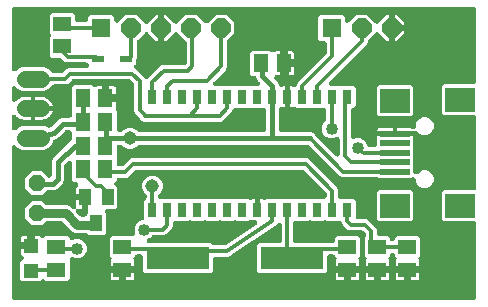
<source format=gbr>
G04 EAGLE Gerber RS-274X export*
G75*
%MOMM*%
%FSLAX34Y34*%
%LPD*%
%INTop Copper*%
%IPPOS*%
%AMOC8*
5,1,8,0,0,1.08239X$1,22.5*%
G01*
%ADD10R,0.762000X1.270000*%
%ADD11R,5.334000X1.930400*%
%ADD12R,1.500000X1.300000*%
%ADD13R,1.300000X1.500000*%
%ADD14R,1.200000X1.200000*%
%ADD15R,1.600000X1.300000*%
%ADD16C,1.422400*%
%ADD17R,1.300000X1.600000*%
%ADD18R,1.000000X1.400000*%
%ADD19R,1.625600X1.625600*%
%ADD20P,1.759533X8X112.500000*%
%ADD21R,2.500000X2.000000*%
%ADD22R,2.500000X0.500000*%
%ADD23R,1.050000X0.500000*%
%ADD24P,1.539592X8X292.500000*%
%ADD25C,0.355600*%
%ADD26C,1.016000*%
%ADD27C,0.457200*%
%ADD28C,1.143000*%
%ADD29C,0.762000*%

G36*
X595902Y168201D02*
X595902Y168201D01*
X595920Y168199D01*
X596102Y168220D01*
X596285Y168239D01*
X596302Y168244D01*
X596319Y168246D01*
X596494Y168303D01*
X596670Y168357D01*
X596685Y168365D01*
X596702Y168371D01*
X596862Y168461D01*
X597024Y168549D01*
X597037Y168560D01*
X597053Y168569D01*
X597192Y168689D01*
X597333Y168806D01*
X597344Y168820D01*
X597358Y168832D01*
X597470Y168977D01*
X597585Y169120D01*
X597593Y169136D01*
X597604Y169150D01*
X597686Y169315D01*
X597771Y169477D01*
X597776Y169494D01*
X597784Y169510D01*
X597831Y169689D01*
X597882Y169864D01*
X597884Y169882D01*
X597888Y169899D01*
X597915Y170230D01*
X597915Y232528D01*
X597913Y232546D01*
X597915Y232564D01*
X597894Y232746D01*
X597875Y232929D01*
X597870Y232946D01*
X597868Y232963D01*
X597811Y233138D01*
X597757Y233314D01*
X597749Y233329D01*
X597743Y233346D01*
X597653Y233506D01*
X597565Y233668D01*
X597554Y233681D01*
X597545Y233697D01*
X597425Y233836D01*
X597308Y233977D01*
X597294Y233988D01*
X597282Y234002D01*
X597137Y234114D01*
X596994Y234229D01*
X596978Y234237D01*
X596964Y234248D01*
X596799Y234330D01*
X596637Y234415D01*
X596620Y234420D01*
X596604Y234428D01*
X596425Y234475D01*
X596250Y234526D01*
X596232Y234528D01*
X596215Y234532D01*
X595884Y234559D01*
X570505Y234559D01*
X568719Y236345D01*
X568719Y258871D01*
X570505Y260657D01*
X595884Y260657D01*
X595902Y260659D01*
X595920Y260657D01*
X596102Y260678D01*
X596285Y260697D01*
X596302Y260702D01*
X596319Y260704D01*
X596494Y260761D01*
X596670Y260815D01*
X596685Y260823D01*
X596702Y260829D01*
X596862Y260919D01*
X597024Y261007D01*
X597037Y261018D01*
X597053Y261027D01*
X597192Y261147D01*
X597333Y261264D01*
X597344Y261278D01*
X597358Y261290D01*
X597470Y261435D01*
X597585Y261578D01*
X597593Y261594D01*
X597604Y261608D01*
X597686Y261773D01*
X597771Y261935D01*
X597776Y261952D01*
X597784Y261968D01*
X597831Y262147D01*
X597882Y262322D01*
X597884Y262340D01*
X597888Y262357D01*
X597915Y262688D01*
X597915Y322528D01*
X597913Y322546D01*
X597915Y322564D01*
X597894Y322746D01*
X597875Y322929D01*
X597870Y322946D01*
X597868Y322963D01*
X597811Y323138D01*
X597757Y323314D01*
X597749Y323329D01*
X597743Y323346D01*
X597653Y323506D01*
X597565Y323668D01*
X597554Y323681D01*
X597545Y323697D01*
X597425Y323836D01*
X597308Y323977D01*
X597294Y323988D01*
X597282Y324002D01*
X597137Y324114D01*
X596994Y324229D01*
X596978Y324237D01*
X596964Y324248D01*
X596799Y324330D01*
X596637Y324415D01*
X596620Y324420D01*
X596604Y324428D01*
X596425Y324475D01*
X596250Y324526D01*
X596232Y324528D01*
X596215Y324532D01*
X595884Y324559D01*
X570505Y324559D01*
X568719Y326345D01*
X568719Y348871D01*
X570505Y350657D01*
X595884Y350657D01*
X595902Y350659D01*
X595920Y350657D01*
X596102Y350678D01*
X596285Y350697D01*
X596302Y350702D01*
X596319Y350704D01*
X596494Y350761D01*
X596670Y350815D01*
X596685Y350823D01*
X596702Y350829D01*
X596862Y350919D01*
X597024Y351007D01*
X597037Y351018D01*
X597053Y351027D01*
X597192Y351147D01*
X597333Y351264D01*
X597344Y351278D01*
X597358Y351290D01*
X597470Y351435D01*
X597585Y351578D01*
X597593Y351594D01*
X597604Y351608D01*
X597686Y351773D01*
X597771Y351935D01*
X597776Y351952D01*
X597784Y351968D01*
X597831Y352147D01*
X597882Y352322D01*
X597884Y352340D01*
X597888Y352357D01*
X597915Y352688D01*
X597915Y413970D01*
X597913Y413988D01*
X597915Y414006D01*
X597894Y414188D01*
X597875Y414371D01*
X597870Y414388D01*
X597868Y414405D01*
X597811Y414580D01*
X597757Y414756D01*
X597749Y414771D01*
X597743Y414788D01*
X597653Y414947D01*
X597565Y415110D01*
X597554Y415123D01*
X597545Y415139D01*
X597425Y415278D01*
X597308Y415419D01*
X597294Y415430D01*
X597282Y415444D01*
X597137Y415556D01*
X596994Y415671D01*
X596978Y415679D01*
X596964Y415690D01*
X596799Y415772D01*
X596637Y415857D01*
X596620Y415862D01*
X596604Y415870D01*
X596425Y415917D01*
X596250Y415968D01*
X596232Y415970D01*
X596215Y415974D01*
X595884Y416001D01*
X206628Y416001D01*
X206610Y415999D01*
X206592Y416001D01*
X206410Y415980D01*
X206227Y415961D01*
X206210Y415956D01*
X206193Y415954D01*
X206018Y415897D01*
X205842Y415843D01*
X205827Y415835D01*
X205810Y415829D01*
X205650Y415739D01*
X205488Y415651D01*
X205475Y415640D01*
X205459Y415631D01*
X205320Y415511D01*
X205179Y415394D01*
X205168Y415380D01*
X205154Y415368D01*
X205042Y415223D01*
X204927Y415080D01*
X204919Y415064D01*
X204908Y415050D01*
X204826Y414885D01*
X204741Y414723D01*
X204736Y414706D01*
X204728Y414690D01*
X204681Y414511D01*
X204630Y414336D01*
X204628Y414318D01*
X204624Y414301D01*
X204597Y413970D01*
X204597Y363448D01*
X204598Y363439D01*
X204597Y363430D01*
X204618Y363238D01*
X204637Y363047D01*
X204639Y363039D01*
X204640Y363030D01*
X204698Y362847D01*
X204755Y362662D01*
X204759Y362655D01*
X204762Y362646D01*
X204855Y362478D01*
X204947Y362308D01*
X204952Y362302D01*
X204957Y362294D01*
X205082Y362146D01*
X205204Y361999D01*
X205211Y361994D01*
X205217Y361987D01*
X205369Y361866D01*
X205518Y361747D01*
X205526Y361743D01*
X205533Y361737D01*
X205705Y361650D01*
X205875Y361561D01*
X205884Y361559D01*
X205892Y361555D01*
X206078Y361503D01*
X206262Y361450D01*
X206271Y361449D01*
X206280Y361447D01*
X206472Y361433D01*
X206664Y361417D01*
X206672Y361418D01*
X206681Y361417D01*
X206874Y361442D01*
X207063Y361464D01*
X207072Y361467D01*
X207081Y361468D01*
X207264Y361529D01*
X207446Y361589D01*
X207454Y361593D01*
X207462Y361596D01*
X207628Y361691D01*
X207797Y361787D01*
X207804Y361793D01*
X207811Y361797D01*
X208064Y362012D01*
X209878Y363826D01*
X213613Y365373D01*
X231879Y365373D01*
X235614Y363826D01*
X238643Y360796D01*
X238670Y360766D01*
X238784Y360628D01*
X238801Y360613D01*
X238816Y360596D01*
X238957Y360487D01*
X239096Y360374D01*
X239116Y360363D01*
X239134Y360350D01*
X239294Y360270D01*
X239453Y360187D01*
X239474Y360180D01*
X239494Y360170D01*
X239668Y360124D01*
X239839Y360074D01*
X239861Y360072D01*
X239883Y360066D01*
X240214Y360039D01*
X246707Y360039D01*
X246734Y360041D01*
X246761Y360039D01*
X246935Y360061D01*
X247108Y360079D01*
X247133Y360086D01*
X247160Y360090D01*
X247326Y360145D01*
X247493Y360197D01*
X247516Y360210D01*
X247542Y360218D01*
X247693Y360305D01*
X247847Y360389D01*
X247867Y360406D01*
X247891Y360419D01*
X248144Y360634D01*
X251266Y363756D01*
X253040Y364491D01*
X267960Y364491D01*
X267969Y364492D01*
X267978Y364491D01*
X268168Y364511D01*
X268360Y364531D01*
X268369Y364533D01*
X268378Y364534D01*
X268561Y364592D01*
X268745Y364649D01*
X268753Y364653D01*
X268762Y364656D01*
X268930Y364749D01*
X269099Y364841D01*
X269106Y364846D01*
X269114Y364851D01*
X269262Y364976D01*
X269409Y365098D01*
X269414Y365105D01*
X269421Y365111D01*
X269541Y365262D01*
X269661Y365412D01*
X269665Y365420D01*
X269671Y365427D01*
X269758Y365599D01*
X269847Y365769D01*
X269849Y365778D01*
X269853Y365786D01*
X269905Y365972D01*
X269958Y366156D01*
X269959Y366165D01*
X269961Y366174D01*
X269975Y366366D01*
X269991Y366558D01*
X269990Y366566D01*
X269990Y366575D01*
X269966Y366767D01*
X269944Y366957D01*
X269941Y366966D01*
X269940Y366975D01*
X269879Y367157D01*
X269819Y367340D01*
X269815Y367348D01*
X269812Y367356D01*
X269716Y367524D01*
X269621Y367691D01*
X269615Y367698D01*
X269611Y367705D01*
X269396Y367958D01*
X268888Y368466D01*
X268867Y368483D01*
X268850Y368504D01*
X268712Y368611D01*
X268577Y368721D01*
X268553Y368734D01*
X268532Y368750D01*
X268375Y368828D01*
X268221Y368910D01*
X268195Y368918D01*
X268171Y368930D01*
X268002Y368975D01*
X267835Y369025D01*
X267808Y369027D01*
X267783Y369034D01*
X267452Y369061D01*
X251008Y369061D01*
X249234Y369796D01*
X246498Y372532D01*
X246477Y372549D01*
X246459Y372570D01*
X246322Y372677D01*
X246186Y372787D01*
X246162Y372800D01*
X246141Y372816D01*
X245984Y372894D01*
X245830Y372976D01*
X245805Y372984D01*
X245781Y372996D01*
X245611Y373041D01*
X245445Y373091D01*
X245418Y373093D01*
X245392Y373100D01*
X245061Y373127D01*
X238887Y373127D01*
X237101Y374913D01*
X237101Y390439D01*
X237402Y390740D01*
X237413Y390754D01*
X237427Y390765D01*
X237541Y390909D01*
X237657Y391051D01*
X237666Y391067D01*
X237677Y391081D01*
X237760Y391245D01*
X237846Y391407D01*
X237851Y391424D01*
X237859Y391440D01*
X237908Y391617D01*
X237961Y391793D01*
X237962Y391811D01*
X237967Y391828D01*
X237980Y392011D01*
X237997Y392194D01*
X237995Y392212D01*
X237996Y392229D01*
X237973Y392411D01*
X237954Y392594D01*
X237948Y392611D01*
X237946Y392629D01*
X237888Y392802D01*
X237832Y392978D01*
X237823Y392994D01*
X237818Y393010D01*
X237726Y393170D01*
X237637Y393330D01*
X237626Y393344D01*
X237617Y393359D01*
X237402Y393612D01*
X237101Y393913D01*
X237101Y409439D01*
X238887Y411225D01*
X256413Y411225D01*
X258199Y409439D01*
X258199Y405130D01*
X258201Y405112D01*
X258199Y405094D01*
X258220Y404912D01*
X258239Y404729D01*
X258244Y404712D01*
X258246Y404695D01*
X258303Y404520D01*
X258357Y404344D01*
X258365Y404329D01*
X258371Y404312D01*
X258461Y404152D01*
X258549Y403990D01*
X258560Y403977D01*
X258569Y403961D01*
X258689Y403822D01*
X258806Y403681D01*
X258820Y403670D01*
X258832Y403656D01*
X258977Y403544D01*
X259120Y403429D01*
X259136Y403421D01*
X259150Y403410D01*
X259315Y403328D01*
X259477Y403243D01*
X259494Y403238D01*
X259510Y403230D01*
X259689Y403183D01*
X259864Y403132D01*
X259882Y403130D01*
X259899Y403126D01*
X260230Y403099D01*
X267208Y403099D01*
X267226Y403101D01*
X267244Y403099D01*
X267426Y403120D01*
X267609Y403139D01*
X267626Y403144D01*
X267643Y403146D01*
X267818Y403203D01*
X267994Y403257D01*
X268009Y403265D01*
X268026Y403271D01*
X268186Y403361D01*
X268348Y403449D01*
X268361Y403460D01*
X268377Y403469D01*
X268516Y403589D01*
X268657Y403706D01*
X268668Y403720D01*
X268682Y403732D01*
X268794Y403877D01*
X268909Y404020D01*
X268917Y404036D01*
X268928Y404050D01*
X269010Y404215D01*
X269095Y404377D01*
X269100Y404394D01*
X269108Y404410D01*
X269155Y404589D01*
X269206Y404764D01*
X269208Y404782D01*
X269212Y404799D01*
X269239Y405130D01*
X269239Y407663D01*
X271025Y409449D01*
X289807Y409449D01*
X291593Y407663D01*
X291593Y404759D01*
X291594Y404750D01*
X291593Y404741D01*
X291614Y404548D01*
X291633Y404358D01*
X291635Y404350D01*
X291636Y404341D01*
X291694Y404157D01*
X291751Y403973D01*
X291755Y403965D01*
X291758Y403957D01*
X291851Y403788D01*
X291943Y403619D01*
X291948Y403612D01*
X291953Y403605D01*
X292077Y403458D01*
X292200Y403310D01*
X292207Y403304D01*
X292213Y403298D01*
X292364Y403179D01*
X292514Y403058D01*
X292522Y403054D01*
X292529Y403048D01*
X292702Y402960D01*
X292871Y402872D01*
X292880Y402870D01*
X292888Y402866D01*
X293074Y402814D01*
X293258Y402761D01*
X293267Y402760D01*
X293276Y402758D01*
X293469Y402744D01*
X293660Y402728D01*
X293668Y402729D01*
X293677Y402728D01*
X293870Y402753D01*
X294059Y402775D01*
X294068Y402778D01*
X294077Y402779D01*
X294259Y402840D01*
X294442Y402900D01*
X294450Y402904D01*
X294458Y402907D01*
X294625Y403003D01*
X294793Y403098D01*
X294800Y403103D01*
X294807Y403108D01*
X295060Y403323D01*
X301186Y409449D01*
X310446Y409449D01*
X317439Y402455D01*
X317453Y402444D01*
X317464Y402430D01*
X317608Y402317D01*
X317750Y402200D01*
X317766Y402192D01*
X317780Y402181D01*
X317944Y402098D01*
X318106Y402012D01*
X318123Y402007D01*
X318139Y401998D01*
X318316Y401949D01*
X318492Y401897D01*
X318510Y401895D01*
X318527Y401890D01*
X318710Y401877D01*
X318893Y401860D01*
X318911Y401862D01*
X318929Y401861D01*
X319110Y401884D01*
X319293Y401904D01*
X319310Y401909D01*
X319328Y401912D01*
X319501Y401970D01*
X319677Y402025D01*
X319693Y402034D01*
X319710Y402040D01*
X319869Y402132D01*
X320029Y402220D01*
X320043Y402232D01*
X320059Y402241D01*
X320312Y402455D01*
X326797Y408941D01*
X328677Y408941D01*
X328677Y398780D01*
X328678Y398762D01*
X328677Y398745D01*
X328698Y398562D01*
X328717Y398380D01*
X328722Y398363D01*
X328724Y398345D01*
X328749Y398267D01*
X328710Y398130D01*
X328708Y398112D01*
X328704Y398095D01*
X328677Y397764D01*
X328677Y387603D01*
X326797Y387603D01*
X320312Y394089D01*
X320298Y394100D01*
X320286Y394114D01*
X320142Y394227D01*
X320000Y394344D01*
X319984Y394352D01*
X319970Y394363D01*
X319806Y394447D01*
X319644Y394532D01*
X319627Y394537D01*
X319611Y394546D01*
X319434Y394595D01*
X319258Y394647D01*
X319241Y394649D01*
X319223Y394654D01*
X319040Y394667D01*
X318857Y394684D01*
X318840Y394682D01*
X318822Y394683D01*
X318640Y394660D01*
X318457Y394640D01*
X318440Y394635D01*
X318422Y394632D01*
X318249Y394574D01*
X318073Y394519D01*
X318058Y394510D01*
X318041Y394504D01*
X317881Y394412D01*
X317721Y394324D01*
X317707Y394312D01*
X317692Y394303D01*
X317439Y394089D01*
X311238Y387887D01*
X311221Y387867D01*
X311200Y387849D01*
X311093Y387711D01*
X310983Y387576D01*
X310970Y387552D01*
X310954Y387531D01*
X310876Y387374D01*
X310794Y387220D01*
X310786Y387195D01*
X310774Y387171D01*
X310729Y387001D01*
X310679Y386834D01*
X310677Y386808D01*
X310670Y386782D01*
X310643Y386451D01*
X310643Y372928D01*
X310013Y371408D01*
X310004Y371379D01*
X309990Y371351D01*
X309946Y371186D01*
X309897Y371023D01*
X309894Y370992D01*
X309886Y370962D01*
X309859Y370631D01*
X309859Y368093D01*
X308856Y367090D01*
X308847Y367080D01*
X308837Y367071D01*
X308720Y366924D01*
X308601Y366779D01*
X308594Y366767D01*
X308586Y366756D01*
X308500Y366589D01*
X308412Y366423D01*
X308408Y366410D01*
X308402Y366398D01*
X308351Y366216D01*
X308297Y366037D01*
X308296Y366024D01*
X308292Y366011D01*
X308278Y365824D01*
X308261Y365636D01*
X308262Y365623D01*
X308261Y365609D01*
X308284Y365424D01*
X308304Y365236D01*
X308308Y365223D01*
X308310Y365210D01*
X308369Y365032D01*
X308426Y364852D01*
X308432Y364840D01*
X308436Y364827D01*
X308530Y364664D01*
X308621Y364500D01*
X308629Y364489D01*
X308636Y364478D01*
X308759Y364337D01*
X308881Y364193D01*
X308892Y364184D01*
X308900Y364174D01*
X309049Y364060D01*
X309197Y363943D01*
X309209Y363937D01*
X309220Y363929D01*
X309515Y363777D01*
X309566Y363756D01*
X317020Y356302D01*
X317030Y356277D01*
X317037Y356265D01*
X317041Y356252D01*
X317132Y356087D01*
X317221Y355922D01*
X317229Y355911D01*
X317236Y355900D01*
X317358Y355756D01*
X317477Y355611D01*
X317487Y355603D01*
X317496Y355593D01*
X317644Y355476D01*
X317790Y355358D01*
X317802Y355351D01*
X317812Y355343D01*
X317980Y355258D01*
X318146Y355170D01*
X318159Y355167D01*
X318171Y355161D01*
X318353Y355110D01*
X318533Y355057D01*
X318546Y355056D01*
X318559Y355053D01*
X318748Y355039D01*
X318934Y355023D01*
X318947Y355024D01*
X318960Y355023D01*
X319148Y355047D01*
X319334Y355068D01*
X319346Y355072D01*
X319360Y355074D01*
X319538Y355134D01*
X319717Y355191D01*
X319729Y355198D01*
X319742Y355202D01*
X319905Y355296D01*
X320069Y355387D01*
X320079Y355396D01*
X320090Y355403D01*
X320343Y355617D01*
X330514Y365788D01*
X332288Y366523D01*
X350727Y366523D01*
X350754Y366525D01*
X350781Y366523D01*
X350955Y366545D01*
X351128Y366563D01*
X351153Y366570D01*
X351180Y366574D01*
X351346Y366629D01*
X351513Y366681D01*
X351536Y366694D01*
X351562Y366702D01*
X351713Y366789D01*
X351867Y366873D01*
X351887Y366890D01*
X351911Y366903D01*
X352164Y367118D01*
X352210Y367164D01*
X352227Y367185D01*
X352248Y367203D01*
X352354Y367340D01*
X352465Y367476D01*
X352478Y367500D01*
X352494Y367521D01*
X352572Y367678D01*
X352654Y367832D01*
X352662Y367857D01*
X352674Y367881D01*
X352719Y368051D01*
X352769Y368217D01*
X352771Y368244D01*
X352778Y368270D01*
X352805Y368601D01*
X352805Y385435D01*
X352803Y385462D01*
X352805Y385488D01*
X352783Y385662D01*
X352765Y385836D01*
X352758Y385861D01*
X352754Y385888D01*
X352698Y386054D01*
X352647Y386221D01*
X352634Y386244D01*
X352626Y386270D01*
X352539Y386421D01*
X352455Y386575D01*
X352438Y386595D01*
X352425Y386618D01*
X352210Y386871D01*
X344993Y394089D01*
X344979Y394100D01*
X344968Y394114D01*
X344824Y394227D01*
X344682Y394344D01*
X344666Y394352D01*
X344652Y394363D01*
X344487Y394447D01*
X344326Y394532D01*
X344309Y394537D01*
X344293Y394546D01*
X344115Y394595D01*
X343940Y394647D01*
X343922Y394649D01*
X343905Y394654D01*
X343722Y394667D01*
X343539Y394684D01*
X343521Y394682D01*
X343503Y394683D01*
X343322Y394660D01*
X343139Y394640D01*
X343122Y394635D01*
X343104Y394632D01*
X342930Y394574D01*
X342755Y394519D01*
X342739Y394510D01*
X342722Y394504D01*
X342563Y394412D01*
X342403Y394324D01*
X342389Y394312D01*
X342373Y394303D01*
X342120Y394089D01*
X335635Y387603D01*
X333755Y387603D01*
X333755Y397764D01*
X333753Y397782D01*
X333755Y397799D01*
X333734Y397982D01*
X333715Y398164D01*
X333710Y398181D01*
X333708Y398199D01*
X333683Y398277D01*
X333722Y398414D01*
X333724Y398432D01*
X333728Y398449D01*
X333755Y398780D01*
X333755Y408941D01*
X335635Y408941D01*
X342120Y402455D01*
X342134Y402444D01*
X342146Y402430D01*
X342290Y402317D01*
X342432Y402200D01*
X342448Y402192D01*
X342462Y402181D01*
X342626Y402098D01*
X342788Y402012D01*
X342805Y402007D01*
X342821Y401998D01*
X342998Y401949D01*
X343174Y401897D01*
X343191Y401895D01*
X343209Y401890D01*
X343392Y401877D01*
X343575Y401860D01*
X343592Y401862D01*
X343610Y401861D01*
X343792Y401884D01*
X343975Y401904D01*
X343992Y401909D01*
X344010Y401912D01*
X344183Y401970D01*
X344359Y402025D01*
X344374Y402034D01*
X344391Y402040D01*
X344551Y402132D01*
X344711Y402220D01*
X344724Y402232D01*
X344740Y402241D01*
X344993Y402455D01*
X351986Y409449D01*
X361246Y409449D01*
X367880Y402815D01*
X367893Y402803D01*
X367905Y402790D01*
X368049Y402676D01*
X368191Y402560D01*
X368207Y402551D01*
X368221Y402540D01*
X368385Y402457D01*
X368547Y402371D01*
X368564Y402366D01*
X368580Y402358D01*
X368757Y402308D01*
X368933Y402256D01*
X368951Y402254D01*
X368968Y402250D01*
X369151Y402236D01*
X369334Y402220D01*
X369352Y402222D01*
X369369Y402220D01*
X369551Y402243D01*
X369734Y402263D01*
X369751Y402269D01*
X369769Y402271D01*
X369942Y402329D01*
X370118Y402385D01*
X370134Y402393D01*
X370150Y402399D01*
X370310Y402491D01*
X370470Y402579D01*
X370484Y402591D01*
X370499Y402600D01*
X370752Y402815D01*
X377386Y409449D01*
X386646Y409449D01*
X393193Y402902D01*
X393193Y393642D01*
X387438Y387887D01*
X387421Y387867D01*
X387400Y387849D01*
X387293Y387711D01*
X387183Y387576D01*
X387170Y387552D01*
X387154Y387531D01*
X387076Y387374D01*
X386994Y387220D01*
X386986Y387195D01*
X386974Y387171D01*
X386929Y387001D01*
X386879Y386834D01*
X386877Y386808D01*
X386870Y386782D01*
X386843Y386451D01*
X386843Y364800D01*
X386108Y363026D01*
X384464Y361382D01*
X375848Y352766D01*
X375843Y352759D01*
X375836Y352754D01*
X375715Y352604D01*
X375593Y352455D01*
X375589Y352447D01*
X375583Y352440D01*
X375495Y352270D01*
X375405Y352099D01*
X375402Y352090D01*
X375398Y352083D01*
X375344Y351897D01*
X375290Y351713D01*
X375289Y351704D01*
X375287Y351696D01*
X375271Y351504D01*
X375253Y351312D01*
X375254Y351303D01*
X375254Y351294D01*
X375276Y351104D01*
X375297Y350912D01*
X375300Y350903D01*
X375301Y350895D01*
X375360Y350713D01*
X375418Y350528D01*
X375423Y350520D01*
X375425Y350512D01*
X375521Y350342D01*
X375613Y350176D01*
X375619Y350169D01*
X375623Y350161D01*
X375750Y350015D01*
X375874Y349869D01*
X375881Y349863D01*
X375886Y349856D01*
X376039Y349738D01*
X376190Y349619D01*
X376198Y349615D01*
X376205Y349610D01*
X376377Y349524D01*
X376549Y349437D01*
X376557Y349434D01*
X376565Y349430D01*
X376752Y349380D01*
X376936Y349329D01*
X376945Y349328D01*
X376954Y349326D01*
X377285Y349299D01*
X379758Y349299D01*
X379875Y349203D01*
X379891Y349194D01*
X379905Y349183D01*
X380069Y349100D01*
X380231Y349014D01*
X380248Y349009D01*
X380264Y349001D01*
X380441Y348952D01*
X380617Y348899D01*
X380635Y348898D01*
X380652Y348893D01*
X380835Y348880D01*
X381018Y348863D01*
X381036Y348865D01*
X381053Y348864D01*
X381235Y348887D01*
X381418Y348906D01*
X381435Y348912D01*
X381453Y348914D01*
X381626Y348972D01*
X381802Y349028D01*
X381818Y349037D01*
X381835Y349042D01*
X381994Y349134D01*
X382154Y349223D01*
X382168Y349234D01*
X382183Y349243D01*
X382249Y349299D01*
X392458Y349299D01*
X392575Y349203D01*
X392591Y349194D01*
X392605Y349183D01*
X392769Y349100D01*
X392931Y349014D01*
X392948Y349009D01*
X392964Y349001D01*
X393141Y348952D01*
X393317Y348899D01*
X393335Y348898D01*
X393352Y348893D01*
X393535Y348880D01*
X393718Y348863D01*
X393736Y348865D01*
X393753Y348864D01*
X393935Y348887D01*
X394118Y348906D01*
X394135Y348912D01*
X394153Y348914D01*
X394326Y348972D01*
X394502Y349028D01*
X394518Y349037D01*
X394535Y349042D01*
X394694Y349134D01*
X394854Y349223D01*
X394868Y349234D01*
X394883Y349243D01*
X394949Y349299D01*
X405158Y349299D01*
X405275Y349203D01*
X405291Y349194D01*
X405305Y349183D01*
X405469Y349100D01*
X405631Y349014D01*
X405648Y349009D01*
X405664Y349001D01*
X405841Y348952D01*
X406017Y348899D01*
X406035Y348898D01*
X406052Y348893D01*
X406235Y348880D01*
X406418Y348863D01*
X406436Y348865D01*
X406453Y348864D01*
X406635Y348887D01*
X406818Y348906D01*
X406835Y348912D01*
X406853Y348914D01*
X407026Y348972D01*
X407202Y349028D01*
X407218Y349037D01*
X407235Y349042D01*
X407394Y349134D01*
X407554Y349223D01*
X407568Y349234D01*
X407583Y349243D01*
X407649Y349299D01*
X412953Y349299D01*
X412962Y349300D01*
X412971Y349299D01*
X413163Y349320D01*
X413354Y349339D01*
X413362Y349341D01*
X413371Y349342D01*
X413553Y349400D01*
X413738Y349457D01*
X413746Y349461D01*
X413755Y349464D01*
X413923Y349557D01*
X414093Y349649D01*
X414099Y349654D01*
X414107Y349659D01*
X414255Y349784D01*
X414402Y349906D01*
X414407Y349913D01*
X414414Y349919D01*
X414534Y350071D01*
X414654Y350220D01*
X414658Y350228D01*
X414664Y350235D01*
X414752Y350408D01*
X414840Y350577D01*
X414842Y350586D01*
X414846Y350594D01*
X414898Y350779D01*
X414951Y350964D01*
X414952Y350973D01*
X414954Y350982D01*
X414968Y351174D01*
X414984Y351366D01*
X414983Y351374D01*
X414984Y351383D01*
X414959Y351574D01*
X414937Y351765D01*
X414934Y351774D01*
X414933Y351783D01*
X414872Y351964D01*
X414812Y352148D01*
X414808Y352156D01*
X414805Y352164D01*
X414709Y352332D01*
X414614Y352499D01*
X414608Y352506D01*
X414604Y352513D01*
X414389Y352766D01*
X413424Y353732D01*
X413364Y353780D01*
X413282Y353861D01*
X412721Y354325D01*
X412678Y354389D01*
X412610Y354507D01*
X412562Y354564D01*
X412531Y354610D01*
X412475Y354666D01*
X412432Y354717D01*
X412155Y355387D01*
X412119Y355454D01*
X412073Y355560D01*
X411694Y356275D01*
X411688Y356307D01*
X411641Y356421D01*
X411603Y356538D01*
X411564Y356606D01*
X411534Y356679D01*
X411465Y356781D01*
X411405Y356889D01*
X411354Y356948D01*
X411310Y357013D01*
X411222Y357100D01*
X411142Y357194D01*
X411080Y357241D01*
X411024Y357297D01*
X410921Y357365D01*
X410823Y357440D01*
X410753Y357475D01*
X410688Y357518D01*
X410574Y357565D01*
X410463Y357620D01*
X410387Y357640D01*
X410315Y357669D01*
X410194Y357692D01*
X410074Y357724D01*
X409983Y357732D01*
X409919Y357744D01*
X409848Y357743D01*
X409743Y357751D01*
X408187Y357751D01*
X406401Y359537D01*
X406401Y377063D01*
X408187Y378849D01*
X423713Y378849D01*
X424417Y378144D01*
X424537Y378046D01*
X424653Y377942D01*
X424693Y377918D01*
X424729Y377889D01*
X424866Y377816D01*
X425000Y377737D01*
X425044Y377722D01*
X425085Y377700D01*
X425233Y377656D01*
X425380Y377605D01*
X425426Y377599D01*
X425471Y377586D01*
X425625Y377572D01*
X425779Y377550D01*
X425825Y377553D01*
X425872Y377549D01*
X426026Y377566D01*
X426180Y377576D01*
X426225Y377588D01*
X426272Y377593D01*
X426420Y377639D01*
X426569Y377679D01*
X426617Y377702D01*
X426656Y377714D01*
X426732Y377756D01*
X426869Y377821D01*
X427469Y378168D01*
X428115Y378341D01*
X431701Y378341D01*
X431701Y369518D01*
X431702Y369500D01*
X431701Y369483D01*
X431722Y369300D01*
X431741Y369118D01*
X431746Y369101D01*
X431748Y369083D01*
X431805Y368908D01*
X431859Y368733D01*
X431867Y368717D01*
X431873Y368700D01*
X431963Y368540D01*
X432050Y368379D01*
X432062Y368365D01*
X432071Y368349D01*
X432116Y368297D01*
X432031Y368192D01*
X432023Y368176D01*
X432012Y368162D01*
X431930Y367997D01*
X431845Y367834D01*
X431840Y367817D01*
X431832Y367801D01*
X431784Y367623D01*
X431734Y367448D01*
X431732Y367430D01*
X431728Y367413D01*
X431701Y367082D01*
X431701Y358259D01*
X428889Y358259D01*
X428880Y358258D01*
X428871Y358259D01*
X428681Y358239D01*
X428488Y358219D01*
X428480Y358217D01*
X428471Y358216D01*
X428288Y358158D01*
X428104Y358101D01*
X428096Y358097D01*
X428087Y358094D01*
X427919Y358001D01*
X427749Y357909D01*
X427743Y357904D01*
X427735Y357899D01*
X427587Y357774D01*
X427440Y357652D01*
X427435Y357645D01*
X427428Y357639D01*
X427308Y357487D01*
X427188Y357338D01*
X427184Y357330D01*
X427178Y357323D01*
X427090Y357150D01*
X427002Y356981D01*
X427000Y356972D01*
X426996Y356964D01*
X426944Y356779D01*
X426891Y356594D01*
X426890Y356585D01*
X426888Y356576D01*
X426874Y356384D01*
X426858Y356192D01*
X426859Y356184D01*
X426858Y356175D01*
X426883Y355983D01*
X426905Y355793D01*
X426908Y355784D01*
X426909Y355775D01*
X426970Y355593D01*
X427030Y355410D01*
X427034Y355402D01*
X427037Y355394D01*
X427133Y355226D01*
X427228Y355059D01*
X427234Y355052D01*
X427238Y355045D01*
X427453Y354792D01*
X428186Y354058D01*
X429973Y352272D01*
X430819Y350228D01*
X430825Y350174D01*
X430849Y350096D01*
X430863Y350015D01*
X430908Y349904D01*
X430943Y349789D01*
X430982Y349717D01*
X431012Y349641D01*
X431078Y349540D01*
X431135Y349435D01*
X431187Y349372D01*
X431232Y349303D01*
X431316Y349218D01*
X431392Y349126D01*
X431456Y349075D01*
X431514Y349016D01*
X431613Y348949D01*
X431706Y348874D01*
X431779Y348836D01*
X431847Y348790D01*
X431957Y348743D01*
X432063Y348688D01*
X432142Y348666D01*
X432218Y348634D01*
X432335Y348610D01*
X432450Y348577D01*
X432532Y348570D01*
X432613Y348554D01*
X432732Y348554D01*
X432852Y348544D01*
X432933Y348554D01*
X433015Y348553D01*
X433165Y348581D01*
X433251Y348591D01*
X433290Y348603D01*
X433342Y348613D01*
X434006Y348791D01*
X436119Y348791D01*
X436119Y339900D01*
X436119Y331009D01*
X434006Y331009D01*
X433342Y331187D01*
X433261Y331200D01*
X433182Y331223D01*
X433062Y331233D01*
X432944Y331252D01*
X432862Y331249D01*
X432780Y331256D01*
X432662Y331242D01*
X432542Y331238D01*
X432462Y331219D01*
X432381Y331209D01*
X432267Y331172D01*
X432150Y331144D01*
X432076Y331110D01*
X431998Y331084D01*
X431894Y331025D01*
X431785Y330975D01*
X431719Y330927D01*
X431647Y330886D01*
X431557Y330808D01*
X431460Y330738D01*
X431405Y330677D01*
X431342Y330623D01*
X431269Y330529D01*
X431188Y330440D01*
X431146Y330370D01*
X431096Y330305D01*
X431042Y330198D01*
X430981Y330096D01*
X430953Y330018D01*
X430916Y329945D01*
X430885Y329829D01*
X430845Y329716D01*
X430833Y329635D01*
X430812Y329556D01*
X430799Y329404D01*
X430787Y329318D01*
X430789Y329278D01*
X430785Y329225D01*
X430785Y312166D01*
X430787Y312148D01*
X430785Y312130D01*
X430806Y311948D01*
X430825Y311765D01*
X430830Y311748D01*
X430832Y311731D01*
X430889Y311556D01*
X430943Y311380D01*
X430951Y311365D01*
X430957Y311348D01*
X431047Y311188D01*
X431135Y311026D01*
X431146Y311013D01*
X431155Y310997D01*
X431275Y310858D01*
X431392Y310717D01*
X431406Y310706D01*
X431418Y310692D01*
X431563Y310580D01*
X431706Y310465D01*
X431722Y310457D01*
X431736Y310446D01*
X431901Y310364D01*
X432063Y310279D01*
X432080Y310274D01*
X432096Y310266D01*
X432275Y310219D01*
X432450Y310168D01*
X432468Y310166D01*
X432485Y310162D01*
X432816Y310135D01*
X458261Y310135D01*
X460222Y309323D01*
X461723Y307822D01*
X462076Y306969D01*
X462091Y306941D01*
X462101Y306912D01*
X462186Y306764D01*
X462266Y306614D01*
X462286Y306590D01*
X462302Y306563D01*
X462516Y306310D01*
X478878Y289948D01*
X478885Y289943D01*
X478890Y289936D01*
X479040Y289815D01*
X479189Y289693D01*
X479197Y289689D01*
X479204Y289683D01*
X479375Y289595D01*
X479545Y289505D01*
X479553Y289502D01*
X479561Y289498D01*
X479747Y289445D01*
X479931Y289390D01*
X479940Y289389D01*
X479948Y289387D01*
X480140Y289371D01*
X480332Y289353D01*
X480341Y289354D01*
X480350Y289354D01*
X480539Y289376D01*
X480732Y289397D01*
X480741Y289400D01*
X480749Y289401D01*
X480931Y289460D01*
X481116Y289518D01*
X481124Y289523D01*
X481132Y289525D01*
X481301Y289620D01*
X481468Y289713D01*
X481475Y289719D01*
X481483Y289723D01*
X481629Y289849D01*
X481775Y289974D01*
X481781Y289981D01*
X481788Y289986D01*
X481905Y290138D01*
X482025Y290290D01*
X482029Y290298D01*
X482034Y290305D01*
X482120Y290477D01*
X482207Y290649D01*
X482210Y290657D01*
X482214Y290665D01*
X482264Y290852D01*
X482315Y291036D01*
X482316Y291045D01*
X482318Y291054D01*
X482345Y291385D01*
X482345Y303930D01*
X482344Y303943D01*
X482345Y303957D01*
X482324Y304143D01*
X482305Y304331D01*
X482301Y304343D01*
X482300Y304357D01*
X482242Y304536D01*
X482187Y304715D01*
X482181Y304727D01*
X482177Y304740D01*
X482085Y304905D01*
X481995Y305069D01*
X481987Y305080D01*
X481980Y305091D01*
X481858Y305234D01*
X481738Y305379D01*
X481727Y305387D01*
X481719Y305397D01*
X481571Y305513D01*
X481424Y305631D01*
X481412Y305637D01*
X481402Y305646D01*
X481233Y305730D01*
X481067Y305817D01*
X481054Y305820D01*
X481042Y305826D01*
X480861Y305876D01*
X480680Y305928D01*
X480666Y305929D01*
X480653Y305933D01*
X480465Y305946D01*
X480278Y305961D01*
X480265Y305959D01*
X480252Y305960D01*
X480064Y305936D01*
X479879Y305914D01*
X479866Y305910D01*
X479853Y305908D01*
X479537Y305807D01*
X477105Y304799D01*
X473871Y304799D01*
X470883Y306037D01*
X468597Y308323D01*
X467359Y311311D01*
X467359Y314545D01*
X468597Y317533D01*
X470066Y319002D01*
X470083Y319023D01*
X470104Y319040D01*
X470211Y319178D01*
X470321Y319314D01*
X470334Y319337D01*
X470350Y319358D01*
X470428Y319515D01*
X470510Y319669D01*
X470518Y319695D01*
X470530Y319719D01*
X470575Y319888D01*
X470625Y320055D01*
X470627Y320082D01*
X470634Y320108D01*
X470661Y320438D01*
X470661Y328470D01*
X470659Y328488D01*
X470661Y328506D01*
X470640Y328688D01*
X470621Y328871D01*
X470616Y328888D01*
X470614Y328905D01*
X470557Y329080D01*
X470503Y329256D01*
X470495Y329271D01*
X470489Y329288D01*
X470399Y329448D01*
X470311Y329610D01*
X470300Y329623D01*
X470291Y329639D01*
X470171Y329778D01*
X470054Y329919D01*
X470040Y329930D01*
X470028Y329944D01*
X469884Y330056D01*
X469740Y330171D01*
X469724Y330179D01*
X469710Y330190D01*
X469545Y330272D01*
X469383Y330357D01*
X469366Y330362D01*
X469350Y330370D01*
X469171Y330417D01*
X468996Y330468D01*
X468978Y330470D01*
X468961Y330474D01*
X468630Y330501D01*
X458442Y330501D01*
X458325Y330597D01*
X458309Y330606D01*
X458295Y330617D01*
X458131Y330700D01*
X457969Y330786D01*
X457952Y330791D01*
X457936Y330799D01*
X457759Y330848D01*
X457583Y330901D01*
X457565Y330902D01*
X457548Y330907D01*
X457365Y330920D01*
X457182Y330937D01*
X457164Y330935D01*
X457147Y330936D01*
X456965Y330913D01*
X456782Y330894D01*
X456765Y330888D01*
X456747Y330886D01*
X456574Y330828D01*
X456398Y330772D01*
X456382Y330763D01*
X456365Y330758D01*
X456206Y330666D01*
X456046Y330577D01*
X456032Y330566D01*
X456017Y330557D01*
X455951Y330501D01*
X445777Y330501D01*
X445409Y330869D01*
X445289Y330967D01*
X445174Y331071D01*
X445134Y331095D01*
X445098Y331124D01*
X444961Y331197D01*
X444827Y331276D01*
X444783Y331291D01*
X444742Y331313D01*
X444593Y331357D01*
X444447Y331408D01*
X444401Y331414D01*
X444356Y331428D01*
X444202Y331442D01*
X444048Y331463D01*
X444002Y331460D01*
X443955Y331464D01*
X443801Y331447D01*
X443646Y331438D01*
X443601Y331426D01*
X443555Y331421D01*
X443407Y331374D01*
X443257Y331334D01*
X443210Y331311D01*
X443171Y331299D01*
X443095Y331257D01*
X442957Y331192D01*
X442941Y331182D01*
X442295Y331009D01*
X440181Y331009D01*
X440181Y339900D01*
X440181Y348791D01*
X442295Y348791D01*
X442941Y348618D01*
X442957Y348608D01*
X443099Y348544D01*
X443237Y348474D01*
X443282Y348461D01*
X443324Y348442D01*
X443475Y348408D01*
X443625Y348366D01*
X443671Y348363D01*
X443717Y348352D01*
X443871Y348348D01*
X444026Y348337D01*
X444073Y348342D01*
X444119Y348341D01*
X444272Y348368D01*
X444426Y348387D01*
X444470Y348402D01*
X444516Y348410D01*
X444660Y348466D01*
X444807Y348515D01*
X444848Y348538D01*
X444891Y348555D01*
X445022Y348639D01*
X445156Y348716D01*
X445196Y348750D01*
X445231Y348772D01*
X445293Y348832D01*
X445409Y348931D01*
X445428Y348950D01*
X445445Y348971D01*
X445466Y348988D01*
X445497Y349029D01*
X445520Y349051D01*
X445569Y349121D01*
X445573Y349126D01*
X445683Y349261D01*
X445696Y349285D01*
X445712Y349306D01*
X445790Y349463D01*
X445872Y349617D01*
X445880Y349643D01*
X445892Y349667D01*
X445937Y349836D01*
X445987Y350003D01*
X445989Y350030D01*
X445996Y350055D01*
X446005Y350167D01*
X446758Y351984D01*
X470828Y376054D01*
X470845Y376075D01*
X470866Y376093D01*
X470973Y376230D01*
X471083Y376366D01*
X471096Y376390D01*
X471112Y376411D01*
X471190Y376568D01*
X471272Y376722D01*
X471280Y376747D01*
X471292Y376771D01*
X471337Y376941D01*
X471387Y377107D01*
X471389Y377134D01*
X471396Y377160D01*
X471423Y377491D01*
X471423Y385064D01*
X471421Y385082D01*
X471423Y385100D01*
X471402Y385282D01*
X471383Y385465D01*
X471378Y385482D01*
X471376Y385499D01*
X471319Y385674D01*
X471265Y385850D01*
X471257Y385865D01*
X471251Y385882D01*
X471161Y386042D01*
X471073Y386204D01*
X471062Y386217D01*
X471053Y386233D01*
X470933Y386372D01*
X470816Y386513D01*
X470802Y386524D01*
X470790Y386538D01*
X470645Y386650D01*
X470502Y386765D01*
X470486Y386773D01*
X470472Y386784D01*
X470307Y386866D01*
X470145Y386951D01*
X470128Y386956D01*
X470112Y386964D01*
X469933Y387011D01*
X469758Y387062D01*
X469740Y387064D01*
X469723Y387068D01*
X469392Y387095D01*
X466097Y387095D01*
X464311Y388881D01*
X464311Y407663D01*
X466097Y409449D01*
X484879Y409449D01*
X486665Y407663D01*
X486665Y404759D01*
X486666Y404750D01*
X486665Y404741D01*
X486686Y404548D01*
X486705Y404358D01*
X486707Y404350D01*
X486708Y404341D01*
X486766Y404157D01*
X486823Y403973D01*
X486827Y403965D01*
X486830Y403957D01*
X486923Y403788D01*
X487015Y403619D01*
X487020Y403612D01*
X487025Y403605D01*
X487149Y403458D01*
X487272Y403310D01*
X487279Y403304D01*
X487285Y403298D01*
X487436Y403179D01*
X487586Y403058D01*
X487594Y403054D01*
X487601Y403048D01*
X487774Y402960D01*
X487943Y402872D01*
X487952Y402870D01*
X487960Y402866D01*
X488146Y402814D01*
X488330Y402761D01*
X488339Y402760D01*
X488348Y402758D01*
X488541Y402744D01*
X488732Y402728D01*
X488740Y402729D01*
X488749Y402728D01*
X488942Y402753D01*
X489131Y402775D01*
X489140Y402778D01*
X489149Y402779D01*
X489331Y402840D01*
X489514Y402900D01*
X489522Y402904D01*
X489530Y402907D01*
X489697Y403003D01*
X489865Y403098D01*
X489872Y403103D01*
X489879Y403108D01*
X490132Y403323D01*
X496258Y409449D01*
X505518Y409449D01*
X512511Y402455D01*
X512525Y402444D01*
X512536Y402430D01*
X512680Y402317D01*
X512822Y402200D01*
X512838Y402192D01*
X512852Y402181D01*
X513016Y402098D01*
X513178Y402012D01*
X513195Y402007D01*
X513211Y401998D01*
X513388Y401949D01*
X513564Y401897D01*
X513582Y401895D01*
X513599Y401890D01*
X513782Y401877D01*
X513965Y401860D01*
X513983Y401862D01*
X514001Y401861D01*
X514182Y401884D01*
X514365Y401904D01*
X514382Y401909D01*
X514400Y401912D01*
X514573Y401970D01*
X514749Y402025D01*
X514765Y402034D01*
X514782Y402040D01*
X514941Y402132D01*
X515101Y402220D01*
X515115Y402232D01*
X515131Y402241D01*
X515384Y402455D01*
X521869Y408941D01*
X523749Y408941D01*
X523749Y398780D01*
X523750Y398762D01*
X523749Y398745D01*
X523770Y398562D01*
X523789Y398380D01*
X523794Y398363D01*
X523796Y398345D01*
X523821Y398267D01*
X523782Y398130D01*
X523780Y398112D01*
X523776Y398095D01*
X523749Y397764D01*
X523749Y387603D01*
X521869Y387603D01*
X515384Y394089D01*
X515370Y394100D01*
X515358Y394114D01*
X515214Y394227D01*
X515072Y394344D01*
X515056Y394352D01*
X515042Y394363D01*
X514878Y394447D01*
X514716Y394532D01*
X514699Y394537D01*
X514683Y394546D01*
X514506Y394595D01*
X514330Y394647D01*
X514313Y394649D01*
X514295Y394654D01*
X514112Y394667D01*
X513929Y394684D01*
X513912Y394682D01*
X513894Y394683D01*
X513712Y394660D01*
X513529Y394640D01*
X513512Y394635D01*
X513494Y394632D01*
X513321Y394574D01*
X513145Y394519D01*
X513130Y394510D01*
X513113Y394504D01*
X512953Y394412D01*
X512793Y394324D01*
X512779Y394312D01*
X512764Y394303D01*
X512511Y394089D01*
X507072Y388649D01*
X507055Y388629D01*
X507034Y388611D01*
X506927Y388473D01*
X506817Y388338D01*
X506804Y388314D01*
X506788Y388293D01*
X506710Y388136D01*
X506628Y387982D01*
X506620Y387957D01*
X506608Y387933D01*
X506563Y387763D01*
X506513Y387596D01*
X506511Y387570D01*
X506504Y387544D01*
X506477Y387213D01*
X506477Y386390D01*
X505742Y384616D01*
X504098Y382972D01*
X473892Y352766D01*
X473887Y352759D01*
X473880Y352754D01*
X473759Y352604D01*
X473637Y352455D01*
X473633Y352447D01*
X473627Y352440D01*
X473539Y352269D01*
X473449Y352099D01*
X473446Y352091D01*
X473442Y352083D01*
X473388Y351895D01*
X473334Y351713D01*
X473333Y351704D01*
X473331Y351696D01*
X473315Y351504D01*
X473297Y351312D01*
X473298Y351303D01*
X473298Y351294D01*
X473320Y351104D01*
X473341Y350912D01*
X473344Y350903D01*
X473345Y350895D01*
X473404Y350713D01*
X473462Y350528D01*
X473467Y350520D01*
X473469Y350512D01*
X473565Y350342D01*
X473657Y350176D01*
X473663Y350169D01*
X473667Y350161D01*
X473794Y350015D01*
X473918Y349869D01*
X473925Y349863D01*
X473930Y349856D01*
X474083Y349738D01*
X474234Y349619D01*
X474242Y349615D01*
X474249Y349610D01*
X474421Y349524D01*
X474593Y349437D01*
X474601Y349434D01*
X474609Y349430D01*
X474796Y349380D01*
X474980Y349329D01*
X474989Y349328D01*
X474998Y349326D01*
X475329Y349299D01*
X481358Y349299D01*
X481475Y349203D01*
X481491Y349194D01*
X481505Y349183D01*
X481668Y349100D01*
X481831Y349014D01*
X481848Y349009D01*
X481864Y349001D01*
X482041Y348952D01*
X482217Y348899D01*
X482234Y348898D01*
X482252Y348893D01*
X482435Y348880D01*
X482618Y348863D01*
X482635Y348865D01*
X482653Y348864D01*
X482836Y348887D01*
X483018Y348906D01*
X483035Y348912D01*
X483053Y348914D01*
X483227Y348973D01*
X483402Y349028D01*
X483417Y349037D01*
X483434Y349042D01*
X483594Y349134D01*
X483754Y349223D01*
X483768Y349234D01*
X483783Y349243D01*
X483849Y349299D01*
X494023Y349299D01*
X495809Y347513D01*
X495809Y332287D01*
X494022Y330500D01*
X494012Y330499D01*
X493994Y330501D01*
X493812Y330480D01*
X493629Y330461D01*
X493612Y330456D01*
X493595Y330454D01*
X493420Y330397D01*
X493244Y330343D01*
X493229Y330335D01*
X493212Y330329D01*
X493052Y330239D01*
X492890Y330151D01*
X492877Y330140D01*
X492861Y330131D01*
X492722Y330011D01*
X492581Y329894D01*
X492570Y329880D01*
X492556Y329868D01*
X492444Y329723D01*
X492329Y329580D01*
X492321Y329564D01*
X492310Y329550D01*
X492228Y329385D01*
X492143Y329223D01*
X492138Y329206D01*
X492130Y329190D01*
X492083Y329011D01*
X492032Y328836D01*
X492030Y328818D01*
X492026Y328801D01*
X491999Y328470D01*
X491999Y306091D01*
X492000Y306078D01*
X491999Y306064D01*
X492020Y305878D01*
X492039Y305690D01*
X492043Y305677D01*
X492044Y305664D01*
X492102Y305485D01*
X492157Y305305D01*
X492163Y305294D01*
X492167Y305281D01*
X492259Y305116D01*
X492349Y304951D01*
X492357Y304941D01*
X492364Y304929D01*
X492486Y304787D01*
X492606Y304642D01*
X492617Y304634D01*
X492625Y304624D01*
X492773Y304508D01*
X492920Y304390D01*
X492932Y304384D01*
X492942Y304375D01*
X493111Y304291D01*
X493277Y304204D01*
X493290Y304201D01*
X493302Y304195D01*
X493483Y304145D01*
X493664Y304093D01*
X493678Y304092D01*
X493691Y304088D01*
X493879Y304075D01*
X494066Y304060D01*
X494079Y304062D01*
X494092Y304061D01*
X494280Y304085D01*
X494465Y304107D01*
X494478Y304111D01*
X494491Y304113D01*
X494807Y304214D01*
X496223Y304801D01*
X499457Y304801D01*
X502445Y303563D01*
X504731Y301277D01*
X505803Y298689D01*
X505814Y298669D01*
X505821Y298648D01*
X505909Y298492D01*
X505993Y298334D01*
X506008Y298317D01*
X506018Y298297D01*
X506135Y298162D01*
X506250Y298023D01*
X506267Y298009D01*
X506282Y297992D01*
X506423Y297883D01*
X506562Y297770D01*
X506582Y297759D01*
X506600Y297746D01*
X506760Y297666D01*
X506919Y297583D01*
X506940Y297576D01*
X506960Y297566D01*
X507134Y297520D01*
X507305Y297470D01*
X507327Y297468D01*
X507349Y297462D01*
X507680Y297435D01*
X511688Y297435D01*
X511706Y297437D01*
X511724Y297435D01*
X511906Y297456D01*
X512089Y297475D01*
X512106Y297480D01*
X512123Y297482D01*
X512298Y297539D01*
X512474Y297593D01*
X512489Y297601D01*
X512506Y297607D01*
X512666Y297697D01*
X512828Y297785D01*
X512841Y297796D01*
X512857Y297805D01*
X512996Y297925D01*
X513137Y298042D01*
X513148Y298056D01*
X513162Y298068D01*
X513274Y298213D01*
X513389Y298356D01*
X513397Y298372D01*
X513408Y298386D01*
X513490Y298551D01*
X513575Y298713D01*
X513580Y298730D01*
X513588Y298746D01*
X513635Y298925D01*
X513686Y299100D01*
X513688Y299118D01*
X513692Y299135D01*
X513719Y299466D01*
X513719Y304386D01*
X513777Y304460D01*
X513887Y304595D01*
X513900Y304619D01*
X513916Y304640D01*
X513994Y304797D01*
X514076Y304951D01*
X514084Y304977D01*
X514096Y305001D01*
X514141Y305170D01*
X514191Y305337D01*
X514193Y305364D01*
X514200Y305389D01*
X514227Y305720D01*
X514227Y306577D01*
X529268Y306577D01*
X544309Y306577D01*
X544309Y305720D01*
X544311Y305694D01*
X544309Y305667D01*
X544331Y305492D01*
X544349Y305320D01*
X544356Y305294D01*
X544360Y305267D01*
X544416Y305101D01*
X544467Y304935D01*
X544480Y304911D01*
X544488Y304886D01*
X544575Y304734D01*
X544659Y304581D01*
X544676Y304560D01*
X544689Y304537D01*
X544817Y304386D01*
X544817Y276236D01*
X544818Y276227D01*
X544817Y276218D01*
X544838Y276027D01*
X544857Y275835D01*
X544859Y275827D01*
X544860Y275818D01*
X544918Y275636D01*
X544975Y275451D01*
X544979Y275443D01*
X544982Y275434D01*
X545075Y275266D01*
X545167Y275097D01*
X545172Y275090D01*
X545177Y275082D01*
X545302Y274934D01*
X545424Y274787D01*
X545431Y274782D01*
X545437Y274775D01*
X545589Y274655D01*
X545738Y274535D01*
X545746Y274531D01*
X545753Y274525D01*
X545925Y274438D01*
X546095Y274349D01*
X546104Y274347D01*
X546112Y274343D01*
X546298Y274291D01*
X546482Y274238D01*
X546491Y274237D01*
X546500Y274235D01*
X546692Y274221D01*
X546884Y274205D01*
X546892Y274206D01*
X546901Y274206D01*
X547094Y274230D01*
X547283Y274252D01*
X547292Y274255D01*
X547301Y274256D01*
X547484Y274317D01*
X547666Y274377D01*
X547674Y274381D01*
X547682Y274384D01*
X547848Y274480D01*
X548017Y274575D01*
X548024Y274581D01*
X548031Y274585D01*
X548284Y274800D01*
X549992Y276508D01*
X552766Y277657D01*
X555770Y277657D01*
X558544Y276508D01*
X560668Y274384D01*
X561817Y271610D01*
X561817Y268606D01*
X560668Y265832D01*
X558544Y263708D01*
X555770Y262559D01*
X552766Y262559D01*
X549992Y263708D01*
X547868Y265832D01*
X546719Y268606D01*
X546719Y269844D01*
X546718Y269853D01*
X546719Y269862D01*
X546698Y270054D01*
X546679Y270244D01*
X546677Y270253D01*
X546676Y270262D01*
X546618Y270445D01*
X546561Y270629D01*
X546557Y270637D01*
X546554Y270646D01*
X546461Y270815D01*
X546369Y270983D01*
X546364Y270990D01*
X546359Y270998D01*
X546234Y271146D01*
X546112Y271293D01*
X546105Y271298D01*
X546099Y271305D01*
X545947Y271425D01*
X545798Y271545D01*
X545790Y271549D01*
X545783Y271555D01*
X545610Y271642D01*
X545441Y271731D01*
X545432Y271733D01*
X545424Y271737D01*
X545239Y271789D01*
X545054Y271842D01*
X545045Y271843D01*
X545036Y271845D01*
X544844Y271859D01*
X544652Y271875D01*
X544644Y271874D01*
X544635Y271874D01*
X544443Y271850D01*
X544253Y271828D01*
X544244Y271825D01*
X544235Y271824D01*
X544053Y271763D01*
X543870Y271703D01*
X543862Y271699D01*
X543854Y271696D01*
X543686Y271600D01*
X543519Y271505D01*
X543512Y271499D01*
X543505Y271495D01*
X543252Y271280D01*
X543031Y271059D01*
X515505Y271059D01*
X515378Y271186D01*
X515357Y271203D01*
X515340Y271224D01*
X515202Y271331D01*
X515067Y271441D01*
X515043Y271454D01*
X515022Y271470D01*
X514865Y271548D01*
X514711Y271630D01*
X514685Y271638D01*
X514661Y271650D01*
X514492Y271695D01*
X514325Y271745D01*
X514298Y271747D01*
X514273Y271754D01*
X513942Y271781D01*
X484432Y271781D01*
X482658Y272516D01*
X456304Y298870D01*
X456283Y298887D01*
X456265Y298908D01*
X456128Y299015D01*
X455992Y299125D01*
X455968Y299138D01*
X455947Y299154D01*
X455790Y299232D01*
X455636Y299314D01*
X455611Y299322D01*
X455587Y299334D01*
X455417Y299379D01*
X455251Y299429D01*
X455224Y299431D01*
X455198Y299438D01*
X454867Y299465D01*
X312700Y299465D01*
X312674Y299463D01*
X312647Y299465D01*
X312473Y299443D01*
X312300Y299425D01*
X312274Y299418D01*
X312248Y299414D01*
X312082Y299359D01*
X311915Y299307D01*
X311891Y299294D01*
X311866Y299286D01*
X311714Y299199D01*
X311561Y299115D01*
X311540Y299098D01*
X311517Y299085D01*
X311264Y298870D01*
X309764Y297370D01*
X306543Y296036D01*
X303057Y296036D01*
X299836Y297370D01*
X298336Y298870D01*
X298315Y298887D01*
X298298Y298908D01*
X298160Y299015D01*
X298024Y299125D01*
X298001Y299138D01*
X297980Y299154D01*
X297823Y299232D01*
X297669Y299314D01*
X297643Y299322D01*
X297619Y299334D01*
X297450Y299379D01*
X297283Y299429D01*
X297256Y299431D01*
X297230Y299438D01*
X296900Y299465D01*
X295654Y299465D01*
X295636Y299463D01*
X295618Y299465D01*
X295436Y299444D01*
X295253Y299425D01*
X295236Y299420D01*
X295219Y299418D01*
X295044Y299361D01*
X294868Y299307D01*
X294853Y299299D01*
X294836Y299293D01*
X294676Y299203D01*
X294514Y299115D01*
X294501Y299104D01*
X294485Y299095D01*
X294346Y298975D01*
X294205Y298858D01*
X294194Y298844D01*
X294180Y298832D01*
X294068Y298687D01*
X293953Y298544D01*
X293945Y298528D01*
X293934Y298514D01*
X293852Y298349D01*
X293767Y298187D01*
X293762Y298170D01*
X293754Y298154D01*
X293707Y297975D01*
X293656Y297800D01*
X293654Y297782D01*
X293650Y297765D01*
X293623Y297434D01*
X293623Y283210D01*
X293625Y283192D01*
X293623Y283174D01*
X293644Y282992D01*
X293663Y282809D01*
X293668Y282792D01*
X293670Y282775D01*
X293727Y282600D01*
X293781Y282424D01*
X293789Y282409D01*
X293795Y282392D01*
X293885Y282232D01*
X293973Y282070D01*
X293984Y282057D01*
X293993Y282041D01*
X294113Y281902D01*
X294230Y281761D01*
X294244Y281750D01*
X294256Y281736D01*
X294401Y281624D01*
X294544Y281509D01*
X294560Y281501D01*
X294574Y281490D01*
X294739Y281408D01*
X294901Y281323D01*
X294918Y281318D01*
X294934Y281310D01*
X295113Y281263D01*
X295288Y281212D01*
X295306Y281210D01*
X295323Y281206D01*
X295654Y281179D01*
X297895Y281179D01*
X297922Y281181D01*
X297949Y281179D01*
X298123Y281201D01*
X298296Y281219D01*
X298321Y281226D01*
X298348Y281230D01*
X298514Y281285D01*
X298681Y281337D01*
X298704Y281350D01*
X298730Y281358D01*
X298881Y281445D01*
X299035Y281529D01*
X299055Y281546D01*
X299079Y281559D01*
X299332Y281774D01*
X304606Y287048D01*
X306380Y287783D01*
X454604Y287783D01*
X456378Y287048D01*
X480342Y263084D01*
X481077Y261310D01*
X481077Y255730D01*
X481079Y255712D01*
X481077Y255694D01*
X481098Y255512D01*
X481117Y255329D01*
X481122Y255312D01*
X481124Y255295D01*
X481181Y255120D01*
X481235Y254944D01*
X481243Y254929D01*
X481249Y254912D01*
X481339Y254752D01*
X481427Y254590D01*
X481438Y254577D01*
X481447Y254561D01*
X481567Y254422D01*
X481684Y254281D01*
X481698Y254270D01*
X481710Y254256D01*
X481855Y254144D01*
X481998Y254029D01*
X482014Y254021D01*
X482028Y254010D01*
X482193Y253928D01*
X482355Y253843D01*
X482372Y253838D01*
X482388Y253830D01*
X482567Y253783D01*
X482742Y253732D01*
X482760Y253730D01*
X482777Y253726D01*
X483108Y253699D01*
X494023Y253699D01*
X495809Y251913D01*
X495809Y238506D01*
X495811Y238488D01*
X495809Y238470D01*
X495830Y238288D01*
X495849Y238105D01*
X495854Y238088D01*
X495856Y238071D01*
X495913Y237896D01*
X495967Y237720D01*
X495975Y237705D01*
X495981Y237688D01*
X496071Y237528D01*
X496159Y237366D01*
X496170Y237353D01*
X496179Y237337D01*
X496299Y237198D01*
X496416Y237057D01*
X496430Y237046D01*
X496442Y237032D01*
X496587Y236920D01*
X496730Y236805D01*
X496746Y236797D01*
X496760Y236786D01*
X496925Y236704D01*
X497087Y236619D01*
X497104Y236614D01*
X497120Y236606D01*
X497299Y236559D01*
X497474Y236508D01*
X497492Y236506D01*
X497509Y236502D01*
X497840Y236475D01*
X504896Y236475D01*
X506670Y235740D01*
X513362Y229048D01*
X514097Y227274D01*
X514097Y224280D01*
X514099Y224262D01*
X514097Y224244D01*
X514118Y224062D01*
X514137Y223879D01*
X514142Y223862D01*
X514144Y223845D01*
X514201Y223670D01*
X514255Y223494D01*
X514263Y223479D01*
X514269Y223462D01*
X514359Y223302D01*
X514447Y223140D01*
X514458Y223127D01*
X514467Y223111D01*
X514587Y222972D01*
X514704Y222831D01*
X514718Y222820D01*
X514730Y222806D01*
X514875Y222694D01*
X515018Y222579D01*
X515034Y222571D01*
X515048Y222560D01*
X515213Y222478D01*
X515375Y222393D01*
X515392Y222388D01*
X515408Y222380D01*
X515587Y222333D01*
X515762Y222282D01*
X515780Y222280D01*
X515797Y222276D01*
X516128Y222249D01*
X523113Y222249D01*
X524899Y220463D01*
X524899Y219558D01*
X524901Y219540D01*
X524899Y219522D01*
X524920Y219340D01*
X524939Y219157D01*
X524944Y219140D01*
X524946Y219123D01*
X525003Y218948D01*
X525057Y218772D01*
X525065Y218757D01*
X525071Y218740D01*
X525161Y218580D01*
X525249Y218418D01*
X525260Y218405D01*
X525269Y218389D01*
X525389Y218250D01*
X525506Y218109D01*
X525520Y218098D01*
X525532Y218084D01*
X525677Y217972D01*
X525820Y217857D01*
X525836Y217849D01*
X525850Y217838D01*
X526015Y217756D01*
X526177Y217671D01*
X526194Y217666D01*
X526210Y217658D01*
X526389Y217611D01*
X526564Y217560D01*
X526582Y217558D01*
X526599Y217554D01*
X526930Y217527D01*
X527170Y217527D01*
X527188Y217529D01*
X527206Y217527D01*
X527388Y217548D01*
X527571Y217567D01*
X527588Y217572D01*
X527605Y217574D01*
X527780Y217631D01*
X527956Y217685D01*
X527971Y217693D01*
X527988Y217699D01*
X528148Y217789D01*
X528310Y217877D01*
X528323Y217888D01*
X528339Y217897D01*
X528478Y218017D01*
X528619Y218134D01*
X528630Y218148D01*
X528644Y218160D01*
X528756Y218305D01*
X528871Y218448D01*
X528879Y218464D01*
X528890Y218478D01*
X528972Y218643D01*
X529057Y218805D01*
X529062Y218822D01*
X529070Y218838D01*
X529117Y219016D01*
X529168Y219192D01*
X529170Y219210D01*
X529174Y219227D01*
X529201Y219558D01*
X529201Y220463D01*
X530987Y222249D01*
X548513Y222249D01*
X550299Y220463D01*
X550299Y204937D01*
X549594Y204233D01*
X549496Y204113D01*
X549392Y203997D01*
X549368Y203957D01*
X549339Y203921D01*
X549266Y203784D01*
X549187Y203650D01*
X549172Y203606D01*
X549150Y203565D01*
X549106Y203416D01*
X549055Y203270D01*
X549049Y203224D01*
X549036Y203179D01*
X549022Y203025D01*
X549000Y202871D01*
X549003Y202825D01*
X548999Y202778D01*
X549016Y202624D01*
X549026Y202470D01*
X549038Y202425D01*
X549043Y202378D01*
X549089Y202230D01*
X549129Y202081D01*
X549152Y202033D01*
X549164Y201994D01*
X549206Y201918D01*
X549271Y201781D01*
X549618Y201181D01*
X549791Y200535D01*
X549791Y196949D01*
X540968Y196949D01*
X540950Y196947D01*
X540933Y196949D01*
X540750Y196928D01*
X540568Y196909D01*
X540551Y196904D01*
X540533Y196902D01*
X540358Y196845D01*
X540183Y196791D01*
X540167Y196783D01*
X540150Y196777D01*
X539990Y196687D01*
X539829Y196599D01*
X539815Y196588D01*
X539799Y196579D01*
X539747Y196534D01*
X539642Y196619D01*
X539626Y196627D01*
X539612Y196638D01*
X539447Y196720D01*
X539284Y196805D01*
X539267Y196810D01*
X539251Y196818D01*
X539073Y196865D01*
X538898Y196916D01*
X538880Y196918D01*
X538863Y196922D01*
X538532Y196949D01*
X529709Y196949D01*
X529709Y200535D01*
X529882Y201181D01*
X530229Y201781D01*
X530293Y201922D01*
X530363Y202060D01*
X530375Y202105D01*
X530395Y202147D01*
X530429Y202299D01*
X530471Y202448D01*
X530474Y202495D01*
X530485Y202540D01*
X530489Y202694D01*
X530500Y202850D01*
X530494Y202896D01*
X530496Y202942D01*
X530469Y203095D01*
X530450Y203249D01*
X530435Y203293D01*
X530427Y203339D01*
X530371Y203484D01*
X530322Y203631D01*
X530298Y203671D01*
X530281Y203714D01*
X530198Y203845D01*
X530121Y203980D01*
X530087Y204020D01*
X530065Y204054D01*
X530005Y204116D01*
X529906Y204233D01*
X529201Y204937D01*
X529201Y205842D01*
X529199Y205860D01*
X529201Y205878D01*
X529180Y206060D01*
X529161Y206243D01*
X529156Y206260D01*
X529154Y206277D01*
X529097Y206452D01*
X529043Y206628D01*
X529035Y206643D01*
X529029Y206660D01*
X528939Y206820D01*
X528851Y206982D01*
X528840Y206995D01*
X528831Y207011D01*
X528711Y207150D01*
X528594Y207291D01*
X528580Y207302D01*
X528568Y207316D01*
X528423Y207428D01*
X528280Y207543D01*
X528264Y207551D01*
X528250Y207562D01*
X528085Y207644D01*
X527923Y207729D01*
X527906Y207734D01*
X527890Y207742D01*
X527711Y207789D01*
X527536Y207840D01*
X527518Y207842D01*
X527501Y207846D01*
X527170Y207873D01*
X526930Y207873D01*
X526912Y207871D01*
X526894Y207873D01*
X526712Y207852D01*
X526529Y207833D01*
X526512Y207828D01*
X526495Y207826D01*
X526320Y207769D01*
X526144Y207715D01*
X526129Y207707D01*
X526112Y207701D01*
X525951Y207611D01*
X525790Y207523D01*
X525777Y207512D01*
X525761Y207503D01*
X525622Y207383D01*
X525481Y207266D01*
X525470Y207252D01*
X525456Y207240D01*
X525344Y207095D01*
X525229Y206952D01*
X525221Y206936D01*
X525210Y206922D01*
X525128Y206757D01*
X525043Y206595D01*
X525038Y206578D01*
X525030Y206562D01*
X524983Y206383D01*
X524932Y206208D01*
X524930Y206190D01*
X524926Y206173D01*
X524899Y205842D01*
X524899Y204937D01*
X524194Y204233D01*
X524096Y204113D01*
X523992Y203997D01*
X523968Y203957D01*
X523939Y203921D01*
X523866Y203784D01*
X523787Y203650D01*
X523772Y203606D01*
X523750Y203565D01*
X523706Y203416D01*
X523655Y203270D01*
X523649Y203224D01*
X523636Y203179D01*
X523622Y203025D01*
X523600Y202871D01*
X523603Y202825D01*
X523599Y202778D01*
X523616Y202624D01*
X523626Y202470D01*
X523638Y202425D01*
X523643Y202378D01*
X523689Y202230D01*
X523729Y202081D01*
X523752Y202033D01*
X523764Y201994D01*
X523806Y201918D01*
X523871Y201781D01*
X524218Y201181D01*
X524391Y200535D01*
X524391Y196949D01*
X515568Y196949D01*
X515550Y196947D01*
X515533Y196949D01*
X515350Y196928D01*
X515168Y196909D01*
X515151Y196904D01*
X515133Y196902D01*
X514958Y196845D01*
X514783Y196791D01*
X514767Y196783D01*
X514750Y196777D01*
X514590Y196687D01*
X514429Y196599D01*
X514415Y196588D01*
X514399Y196579D01*
X514347Y196534D01*
X514242Y196619D01*
X514226Y196627D01*
X514212Y196638D01*
X514047Y196720D01*
X513884Y196805D01*
X513867Y196810D01*
X513851Y196818D01*
X513673Y196865D01*
X513498Y196916D01*
X513480Y196918D01*
X513463Y196922D01*
X513132Y196949D01*
X504309Y196949D01*
X504309Y200535D01*
X504482Y201181D01*
X504829Y201781D01*
X504893Y201922D01*
X504963Y202060D01*
X504975Y202105D01*
X504995Y202147D01*
X505029Y202299D01*
X505071Y202448D01*
X505074Y202495D01*
X505085Y202540D01*
X505089Y202694D01*
X505100Y202850D01*
X505094Y202896D01*
X505096Y202942D01*
X505069Y203095D01*
X505050Y203249D01*
X505035Y203293D01*
X505027Y203339D01*
X504971Y203484D01*
X504922Y203631D01*
X504898Y203671D01*
X504881Y203714D01*
X504798Y203845D01*
X504721Y203980D01*
X504687Y204020D01*
X504665Y204054D01*
X504605Y204116D01*
X504506Y204233D01*
X503801Y204937D01*
X503801Y220463D01*
X503848Y220510D01*
X503865Y220531D01*
X503886Y220548D01*
X503992Y220686D01*
X504103Y220821D01*
X504116Y220845D01*
X504132Y220866D01*
X504210Y221022D01*
X504292Y221177D01*
X504300Y221203D01*
X504312Y221227D01*
X504357Y221395D01*
X504407Y221563D01*
X504409Y221590D01*
X504416Y221615D01*
X504443Y221946D01*
X504443Y223473D01*
X504441Y223500D01*
X504443Y223527D01*
X504421Y223701D01*
X504403Y223874D01*
X504396Y223899D01*
X504392Y223926D01*
X504337Y224092D01*
X504285Y224259D01*
X504272Y224282D01*
X504264Y224308D01*
X504177Y224459D01*
X504093Y224613D01*
X504076Y224633D01*
X504063Y224657D01*
X503848Y224910D01*
X502532Y226226D01*
X502511Y226243D01*
X502493Y226264D01*
X502356Y226371D01*
X502220Y226481D01*
X502196Y226494D01*
X502175Y226510D01*
X502018Y226588D01*
X501864Y226670D01*
X501839Y226678D01*
X501815Y226690D01*
X501645Y226735D01*
X501479Y226785D01*
X501452Y226787D01*
X501426Y226794D01*
X501095Y226821D01*
X490784Y226821D01*
X489010Y227556D01*
X484858Y231708D01*
X484051Y233657D01*
X484044Y233669D01*
X484040Y233682D01*
X483949Y233846D01*
X483861Y234012D01*
X483852Y234022D01*
X483845Y234034D01*
X483724Y234177D01*
X483604Y234322D01*
X483594Y234331D01*
X483585Y234341D01*
X483437Y234458D01*
X483291Y234576D01*
X483280Y234582D01*
X483269Y234591D01*
X483101Y234676D01*
X482935Y234763D01*
X482922Y234767D01*
X482910Y234773D01*
X482728Y234824D01*
X482549Y234876D01*
X482535Y234877D01*
X482522Y234881D01*
X482334Y234895D01*
X482147Y234911D01*
X482134Y234909D01*
X482121Y234910D01*
X482048Y234901D01*
X471142Y234901D01*
X471025Y234997D01*
X471009Y235006D01*
X470995Y235017D01*
X470832Y235100D01*
X470669Y235186D01*
X470652Y235191D01*
X470636Y235199D01*
X470459Y235248D01*
X470283Y235301D01*
X470266Y235302D01*
X470248Y235307D01*
X470065Y235320D01*
X469882Y235337D01*
X469865Y235335D01*
X469847Y235336D01*
X469664Y235313D01*
X469482Y235294D01*
X469465Y235288D01*
X469447Y235286D01*
X469273Y235227D01*
X469098Y235172D01*
X469083Y235163D01*
X469066Y235158D01*
X468906Y235066D01*
X468746Y234977D01*
X468732Y234966D01*
X468717Y234957D01*
X468651Y234901D01*
X458442Y234901D01*
X458325Y234997D01*
X458309Y235006D01*
X458295Y235017D01*
X458132Y235100D01*
X457969Y235186D01*
X457952Y235191D01*
X457936Y235199D01*
X457759Y235248D01*
X457583Y235301D01*
X457566Y235302D01*
X457548Y235307D01*
X457365Y235320D01*
X457182Y235337D01*
X457165Y235335D01*
X457147Y235336D01*
X456964Y235313D01*
X456782Y235294D01*
X456765Y235288D01*
X456747Y235286D01*
X456573Y235227D01*
X456398Y235172D01*
X456383Y235163D01*
X456366Y235158D01*
X456206Y235066D01*
X456046Y234977D01*
X456032Y234966D01*
X456017Y234957D01*
X455951Y234901D01*
X445008Y234901D01*
X444990Y234899D01*
X444972Y234901D01*
X444790Y234880D01*
X444607Y234861D01*
X444590Y234856D01*
X444573Y234854D01*
X444398Y234797D01*
X444222Y234743D01*
X444207Y234735D01*
X444190Y234729D01*
X444030Y234639D01*
X443868Y234551D01*
X443855Y234540D01*
X443839Y234531D01*
X443700Y234411D01*
X443559Y234294D01*
X443548Y234280D01*
X443534Y234268D01*
X443422Y234123D01*
X443307Y233980D01*
X443299Y233964D01*
X443288Y233950D01*
X443206Y233785D01*
X443121Y233623D01*
X443116Y233606D01*
X443108Y233590D01*
X443061Y233411D01*
X443010Y233236D01*
X443008Y233218D01*
X443004Y233201D01*
X442977Y232870D01*
X442977Y217932D01*
X442979Y217914D01*
X442977Y217896D01*
X442998Y217714D01*
X443017Y217531D01*
X443022Y217514D01*
X443024Y217497D01*
X443081Y217322D01*
X443135Y217146D01*
X443143Y217131D01*
X443149Y217114D01*
X443239Y216954D01*
X443327Y216792D01*
X443338Y216779D01*
X443347Y216763D01*
X443467Y216624D01*
X443584Y216483D01*
X443598Y216472D01*
X443610Y216458D01*
X443755Y216346D01*
X443898Y216231D01*
X443914Y216223D01*
X443928Y216212D01*
X444093Y216130D01*
X444255Y216045D01*
X444272Y216040D01*
X444288Y216032D01*
X444467Y215985D01*
X444642Y215934D01*
X444660Y215932D01*
X444677Y215928D01*
X445008Y215901D01*
X465383Y215901D01*
X465414Y215904D01*
X465445Y215902D01*
X465614Y215924D01*
X465783Y215941D01*
X465813Y215950D01*
X465844Y215954D01*
X466160Y216055D01*
X466400Y216155D01*
X476370Y216155D01*
X476388Y216157D01*
X476406Y216155D01*
X476588Y216176D01*
X476771Y216195D01*
X476788Y216200D01*
X476805Y216202D01*
X476980Y216259D01*
X477156Y216313D01*
X477171Y216321D01*
X477188Y216327D01*
X477348Y216417D01*
X477510Y216505D01*
X477523Y216516D01*
X477539Y216525D01*
X477678Y216645D01*
X477819Y216762D01*
X477830Y216776D01*
X477844Y216788D01*
X477956Y216933D01*
X478071Y217076D01*
X478079Y217092D01*
X478090Y217106D01*
X478172Y217271D01*
X478257Y217433D01*
X478262Y217450D01*
X478270Y217466D01*
X478317Y217645D01*
X478368Y217820D01*
X478370Y217838D01*
X478374Y217855D01*
X478401Y218186D01*
X478401Y220463D01*
X480187Y222249D01*
X497713Y222249D01*
X499499Y220463D01*
X499499Y204937D01*
X498794Y204233D01*
X498696Y204113D01*
X498592Y203997D01*
X498568Y203957D01*
X498539Y203921D01*
X498466Y203784D01*
X498387Y203650D01*
X498372Y203606D01*
X498350Y203565D01*
X498306Y203416D01*
X498255Y203270D01*
X498249Y203224D01*
X498236Y203179D01*
X498222Y203025D01*
X498200Y202871D01*
X498203Y202825D01*
X498199Y202778D01*
X498216Y202624D01*
X498226Y202470D01*
X498238Y202425D01*
X498243Y202378D01*
X498289Y202230D01*
X498329Y202081D01*
X498352Y202033D01*
X498364Y201994D01*
X498406Y201918D01*
X498471Y201781D01*
X498818Y201181D01*
X498991Y200535D01*
X498991Y196949D01*
X490168Y196949D01*
X490150Y196947D01*
X490133Y196949D01*
X489950Y196928D01*
X489768Y196909D01*
X489751Y196904D01*
X489733Y196902D01*
X489558Y196845D01*
X489383Y196791D01*
X489367Y196783D01*
X489350Y196777D01*
X489190Y196687D01*
X489029Y196599D01*
X489015Y196588D01*
X488999Y196579D01*
X488947Y196534D01*
X488842Y196619D01*
X488826Y196627D01*
X488812Y196638D01*
X488647Y196720D01*
X488484Y196805D01*
X488467Y196810D01*
X488451Y196818D01*
X488273Y196865D01*
X488098Y196916D01*
X488080Y196918D01*
X488063Y196922D01*
X487732Y196949D01*
X478909Y196949D01*
X478909Y200535D01*
X479082Y201181D01*
X479429Y201781D01*
X479493Y201922D01*
X479563Y202060D01*
X479575Y202105D01*
X479595Y202147D01*
X479629Y202299D01*
X479671Y202448D01*
X479674Y202495D01*
X479685Y202540D01*
X479689Y202694D01*
X479700Y202850D01*
X479694Y202896D01*
X479696Y202942D01*
X479669Y203095D01*
X479650Y203249D01*
X479635Y203293D01*
X479627Y203339D01*
X479571Y203484D01*
X479522Y203631D01*
X479498Y203671D01*
X479481Y203714D01*
X479398Y203845D01*
X479321Y203980D01*
X479287Y204020D01*
X479265Y204054D01*
X479205Y204116D01*
X479106Y204233D01*
X478316Y205023D01*
X478297Y205080D01*
X478243Y205256D01*
X478235Y205271D01*
X478229Y205288D01*
X478139Y205448D01*
X478051Y205610D01*
X478040Y205623D01*
X478031Y205639D01*
X477911Y205778D01*
X477794Y205919D01*
X477780Y205930D01*
X477768Y205944D01*
X477623Y206056D01*
X477480Y206171D01*
X477464Y206179D01*
X477450Y206190D01*
X477285Y206272D01*
X477123Y206357D01*
X477106Y206362D01*
X477090Y206370D01*
X476911Y206417D01*
X476736Y206468D01*
X476718Y206470D01*
X476701Y206474D01*
X476370Y206501D01*
X473710Y206501D01*
X473692Y206499D01*
X473674Y206501D01*
X473492Y206480D01*
X473309Y206461D01*
X473292Y206456D01*
X473275Y206454D01*
X473100Y206397D01*
X472924Y206343D01*
X472909Y206335D01*
X472892Y206329D01*
X472732Y206239D01*
X472570Y206151D01*
X472557Y206140D01*
X472541Y206131D01*
X472402Y206011D01*
X472261Y205894D01*
X472250Y205880D01*
X472236Y205868D01*
X472124Y205723D01*
X472009Y205580D01*
X472001Y205564D01*
X471990Y205550D01*
X471908Y205385D01*
X471823Y205223D01*
X471818Y205206D01*
X471810Y205190D01*
X471763Y205011D01*
X471712Y204836D01*
X471710Y204818D01*
X471706Y204801D01*
X471679Y204470D01*
X471679Y192285D01*
X469893Y190499D01*
X414027Y190499D01*
X412241Y192285D01*
X412241Y214115D01*
X414027Y215901D01*
X431292Y215901D01*
X431310Y215903D01*
X431328Y215901D01*
X431510Y215922D01*
X431693Y215941D01*
X431710Y215946D01*
X431727Y215948D01*
X431902Y216005D01*
X432078Y216059D01*
X432093Y216067D01*
X432110Y216073D01*
X432270Y216163D01*
X432432Y216251D01*
X432445Y216262D01*
X432461Y216271D01*
X432600Y216391D01*
X432741Y216508D01*
X432752Y216522D01*
X432766Y216534D01*
X432878Y216679D01*
X432993Y216822D01*
X433001Y216838D01*
X433012Y216852D01*
X433094Y217017D01*
X433179Y217179D01*
X433184Y217196D01*
X433192Y217212D01*
X433239Y217391D01*
X433290Y217566D01*
X433292Y217584D01*
X433296Y217601D01*
X433323Y217932D01*
X433323Y231133D01*
X433323Y231138D01*
X433323Y231143D01*
X433303Y231335D01*
X433283Y231534D01*
X433282Y231538D01*
X433281Y231543D01*
X433222Y231732D01*
X433165Y231919D01*
X433163Y231923D01*
X433162Y231927D01*
X433066Y232102D01*
X432973Y232273D01*
X432971Y232276D01*
X432968Y232280D01*
X432842Y232430D01*
X432716Y232582D01*
X432712Y232585D01*
X432709Y232589D01*
X432556Y232710D01*
X432402Y232834D01*
X432398Y232836D01*
X432394Y232839D01*
X432217Y232930D01*
X432045Y233020D01*
X432040Y233021D01*
X432036Y233023D01*
X431846Y233077D01*
X431658Y233131D01*
X431653Y233132D01*
X431648Y233133D01*
X431455Y233148D01*
X431256Y233164D01*
X431252Y233164D01*
X431247Y233164D01*
X431050Y233140D01*
X430857Y233117D01*
X430852Y233116D01*
X430847Y233115D01*
X430659Y233053D01*
X430474Y232992D01*
X430470Y232990D01*
X430465Y232989D01*
X430294Y232891D01*
X430123Y232794D01*
X430120Y232791D01*
X430116Y232789D01*
X429967Y232660D01*
X429819Y232531D01*
X429816Y232528D01*
X429812Y232524D01*
X429692Y232368D01*
X429684Y232358D01*
X429338Y232012D01*
X429318Y231987D01*
X429293Y231966D01*
X429087Y231706D01*
X428926Y231466D01*
X428692Y231311D01*
X428666Y231289D01*
X428636Y231271D01*
X428383Y231057D01*
X428184Y230858D01*
X427918Y230748D01*
X427889Y230733D01*
X427859Y230722D01*
X427568Y230561D01*
X390592Y205910D01*
X390565Y205889D01*
X390536Y205871D01*
X390283Y205657D01*
X390084Y205458D01*
X389818Y205348D01*
X389789Y205333D01*
X389759Y205322D01*
X389468Y205161D01*
X389229Y205001D01*
X388953Y204947D01*
X388920Y204937D01*
X388885Y204932D01*
X388570Y204831D01*
X388310Y204723D01*
X388022Y204723D01*
X387990Y204720D01*
X387957Y204722D01*
X387628Y204685D01*
X387345Y204629D01*
X387069Y204684D01*
X387035Y204687D01*
X387002Y204696D01*
X386671Y204723D01*
X377190Y204723D01*
X377172Y204721D01*
X377154Y204723D01*
X376972Y204702D01*
X376789Y204683D01*
X376772Y204678D01*
X376755Y204676D01*
X376580Y204619D01*
X376404Y204565D01*
X376389Y204557D01*
X376372Y204551D01*
X376212Y204461D01*
X376050Y204373D01*
X376037Y204362D01*
X376021Y204353D01*
X375882Y204233D01*
X375741Y204116D01*
X375730Y204102D01*
X375716Y204090D01*
X375604Y203945D01*
X375489Y203802D01*
X375481Y203786D01*
X375470Y203772D01*
X375388Y203607D01*
X375303Y203445D01*
X375298Y203428D01*
X375290Y203412D01*
X375243Y203233D01*
X375192Y203058D01*
X375190Y203040D01*
X375186Y203023D01*
X375159Y202692D01*
X375159Y192285D01*
X373373Y190499D01*
X317507Y190499D01*
X315721Y192285D01*
X315721Y204470D01*
X315719Y204488D01*
X315721Y204506D01*
X315700Y204688D01*
X315681Y204871D01*
X315676Y204888D01*
X315674Y204905D01*
X315617Y205080D01*
X315563Y205256D01*
X315555Y205271D01*
X315549Y205288D01*
X315459Y205448D01*
X315371Y205610D01*
X315360Y205623D01*
X315351Y205639D01*
X315231Y205778D01*
X315114Y205919D01*
X315100Y205930D01*
X315088Y205944D01*
X314943Y206056D01*
X314800Y206171D01*
X314784Y206179D01*
X314770Y206190D01*
X314605Y206272D01*
X314443Y206357D01*
X314426Y206362D01*
X314410Y206370D01*
X314231Y206417D01*
X314056Y206468D01*
X314038Y206470D01*
X314021Y206474D01*
X313690Y206501D01*
X311030Y206501D01*
X311012Y206499D01*
X310994Y206501D01*
X310812Y206480D01*
X310629Y206461D01*
X310612Y206456D01*
X310595Y206454D01*
X310420Y206397D01*
X310244Y206343D01*
X310229Y206335D01*
X310212Y206329D01*
X310052Y206239D01*
X309890Y206151D01*
X309877Y206140D01*
X309861Y206131D01*
X309722Y206011D01*
X309581Y205894D01*
X309570Y205880D01*
X309556Y205868D01*
X309444Y205723D01*
X309329Y205580D01*
X309321Y205564D01*
X309310Y205550D01*
X309228Y205385D01*
X309143Y205223D01*
X309138Y205206D01*
X309130Y205190D01*
X309086Y205024D01*
X308294Y204233D01*
X308196Y204113D01*
X308092Y203997D01*
X308068Y203957D01*
X308039Y203921D01*
X307966Y203784D01*
X307887Y203650D01*
X307872Y203606D01*
X307850Y203565D01*
X307806Y203416D01*
X307755Y203270D01*
X307749Y203224D01*
X307736Y203179D01*
X307722Y203025D01*
X307700Y202871D01*
X307703Y202825D01*
X307699Y202778D01*
X307716Y202624D01*
X307726Y202470D01*
X307738Y202425D01*
X307743Y202378D01*
X307789Y202230D01*
X307829Y202081D01*
X307852Y202033D01*
X307864Y201994D01*
X307906Y201918D01*
X307971Y201781D01*
X308318Y201181D01*
X308491Y200535D01*
X308491Y196949D01*
X299668Y196949D01*
X299650Y196947D01*
X299633Y196949D01*
X299450Y196928D01*
X299268Y196909D01*
X299251Y196904D01*
X299233Y196902D01*
X299058Y196845D01*
X298883Y196791D01*
X298867Y196783D01*
X298850Y196777D01*
X298690Y196687D01*
X298529Y196599D01*
X298515Y196588D01*
X298499Y196579D01*
X298447Y196534D01*
X298342Y196619D01*
X298326Y196627D01*
X298312Y196638D01*
X298147Y196720D01*
X297984Y196805D01*
X297967Y196810D01*
X297951Y196818D01*
X297773Y196865D01*
X297598Y196916D01*
X297580Y196918D01*
X297563Y196922D01*
X297232Y196949D01*
X288409Y196949D01*
X288409Y200535D01*
X288582Y201181D01*
X288929Y201781D01*
X288993Y201922D01*
X289063Y202060D01*
X289075Y202105D01*
X289095Y202147D01*
X289129Y202299D01*
X289171Y202448D01*
X289174Y202495D01*
X289185Y202540D01*
X289189Y202694D01*
X289200Y202850D01*
X289194Y202896D01*
X289196Y202942D01*
X289169Y203095D01*
X289150Y203249D01*
X289135Y203293D01*
X289127Y203339D01*
X289071Y203484D01*
X289022Y203631D01*
X288998Y203671D01*
X288981Y203714D01*
X288898Y203845D01*
X288821Y203980D01*
X288787Y204020D01*
X288765Y204054D01*
X288705Y204116D01*
X288606Y204233D01*
X287901Y204937D01*
X287901Y220463D01*
X289687Y222249D01*
X307363Y222249D01*
X307377Y222250D01*
X307390Y222249D01*
X307576Y222270D01*
X307764Y222289D01*
X307777Y222293D01*
X307790Y222294D01*
X307969Y222352D01*
X308149Y222407D01*
X308161Y222413D01*
X308174Y222417D01*
X308338Y222509D01*
X308503Y222599D01*
X308513Y222607D01*
X308525Y222614D01*
X308668Y222736D01*
X308812Y222856D01*
X308821Y222867D01*
X308831Y222875D01*
X308947Y223024D01*
X309065Y223170D01*
X309071Y223182D01*
X309079Y223192D01*
X309164Y223361D01*
X309250Y223527D01*
X309254Y223540D01*
X309260Y223552D01*
X309309Y223733D01*
X309362Y223914D01*
X309363Y223928D01*
X309366Y223941D01*
X309379Y224129D01*
X309394Y224316D01*
X309393Y224329D01*
X309394Y224342D01*
X309369Y224530D01*
X309348Y224715D01*
X309343Y224728D01*
X309342Y224741D01*
X309240Y225057D01*
X308863Y225967D01*
X308863Y229201D01*
X310101Y232189D01*
X312387Y234475D01*
X314591Y235388D01*
X315737Y235863D01*
X315757Y235873D01*
X315778Y235880D01*
X315934Y235968D01*
X316092Y236053D01*
X316109Y236067D01*
X316129Y236078D01*
X316264Y236195D01*
X316403Y236309D01*
X316417Y236327D01*
X316434Y236341D01*
X316543Y236483D01*
X316656Y236622D01*
X316667Y236642D01*
X316680Y236659D01*
X316760Y236820D01*
X316843Y236978D01*
X316850Y237000D01*
X316860Y237020D01*
X316906Y237193D01*
X316956Y237365D01*
X316958Y237387D01*
X316964Y237409D01*
X316991Y237739D01*
X316991Y251913D01*
X318428Y253350D01*
X318445Y253371D01*
X318466Y253388D01*
X318573Y253526D01*
X318683Y253661D01*
X318696Y253685D01*
X318712Y253706D01*
X318790Y253863D01*
X318872Y254017D01*
X318880Y254043D01*
X318892Y254067D01*
X318937Y254236D01*
X318987Y254403D01*
X318989Y254430D01*
X318996Y254455D01*
X319023Y254786D01*
X319023Y256006D01*
X319021Y256032D01*
X319023Y256059D01*
X319001Y256233D01*
X318983Y256406D01*
X318976Y256432D01*
X318972Y256458D01*
X318917Y256624D01*
X318865Y256791D01*
X318852Y256815D01*
X318844Y256840D01*
X318757Y256992D01*
X318673Y257145D01*
X318656Y257166D01*
X318643Y257189D01*
X318428Y257442D01*
X316420Y259450D01*
X315086Y262671D01*
X315086Y266157D01*
X316420Y269378D01*
X318886Y271844D01*
X322107Y273178D01*
X325593Y273178D01*
X328814Y271844D01*
X331280Y269378D01*
X332614Y266157D01*
X332614Y262671D01*
X331280Y259450D01*
X329272Y257442D01*
X329255Y257421D01*
X329234Y257404D01*
X329127Y257266D01*
X329017Y257130D01*
X329004Y257107D01*
X328988Y257086D01*
X328910Y256929D01*
X328828Y256775D01*
X328820Y256749D01*
X328808Y256725D01*
X328763Y256556D01*
X328713Y256389D01*
X328711Y256362D01*
X328704Y256336D01*
X328677Y256006D01*
X328677Y255730D01*
X328679Y255712D01*
X328677Y255694D01*
X328698Y255512D01*
X328717Y255329D01*
X328722Y255312D01*
X328724Y255295D01*
X328781Y255120D01*
X328835Y254944D01*
X328843Y254929D01*
X328849Y254912D01*
X328939Y254752D01*
X329027Y254590D01*
X329038Y254577D01*
X329047Y254561D01*
X329167Y254422D01*
X329284Y254281D01*
X329298Y254270D01*
X329310Y254256D01*
X329455Y254144D01*
X329598Y254029D01*
X329614Y254021D01*
X329628Y254010D01*
X329793Y253928D01*
X329955Y253843D01*
X329972Y253838D01*
X329988Y253830D01*
X330167Y253783D01*
X330342Y253732D01*
X330360Y253730D01*
X330377Y253726D01*
X330708Y253699D01*
X341658Y253699D01*
X341775Y253603D01*
X341791Y253594D01*
X341805Y253583D01*
X341968Y253500D01*
X342131Y253414D01*
X342148Y253409D01*
X342164Y253401D01*
X342341Y253352D01*
X342517Y253299D01*
X342534Y253298D01*
X342552Y253293D01*
X342735Y253280D01*
X342918Y253263D01*
X342935Y253265D01*
X342953Y253264D01*
X343136Y253287D01*
X343318Y253306D01*
X343335Y253312D01*
X343353Y253314D01*
X343527Y253373D01*
X343702Y253428D01*
X343717Y253437D01*
X343734Y253442D01*
X343894Y253534D01*
X344054Y253623D01*
X344068Y253634D01*
X344083Y253643D01*
X344149Y253699D01*
X354358Y253699D01*
X354475Y253603D01*
X354491Y253594D01*
X354505Y253583D01*
X354668Y253500D01*
X354831Y253414D01*
X354848Y253409D01*
X354864Y253401D01*
X355041Y253352D01*
X355217Y253299D01*
X355234Y253298D01*
X355252Y253293D01*
X355435Y253280D01*
X355618Y253263D01*
X355635Y253265D01*
X355653Y253264D01*
X355836Y253287D01*
X356018Y253306D01*
X356035Y253312D01*
X356053Y253314D01*
X356227Y253373D01*
X356402Y253428D01*
X356417Y253437D01*
X356434Y253442D01*
X356594Y253534D01*
X356754Y253623D01*
X356768Y253634D01*
X356783Y253643D01*
X356849Y253699D01*
X367058Y253699D01*
X367175Y253603D01*
X367191Y253594D01*
X367205Y253583D01*
X367368Y253500D01*
X367531Y253414D01*
X367548Y253409D01*
X367564Y253401D01*
X367741Y253352D01*
X367917Y253299D01*
X367934Y253298D01*
X367952Y253293D01*
X368135Y253280D01*
X368318Y253263D01*
X368335Y253265D01*
X368353Y253264D01*
X368536Y253287D01*
X368718Y253306D01*
X368735Y253312D01*
X368753Y253314D01*
X368927Y253373D01*
X369102Y253428D01*
X369117Y253437D01*
X369134Y253442D01*
X369294Y253534D01*
X369454Y253623D01*
X369468Y253634D01*
X369483Y253643D01*
X369549Y253699D01*
X379758Y253699D01*
X379875Y253603D01*
X379891Y253594D01*
X379905Y253583D01*
X380068Y253500D01*
X380231Y253414D01*
X380248Y253409D01*
X380264Y253401D01*
X380441Y253352D01*
X380617Y253299D01*
X380634Y253298D01*
X380652Y253293D01*
X380835Y253280D01*
X381018Y253263D01*
X381035Y253265D01*
X381053Y253264D01*
X381236Y253287D01*
X381418Y253306D01*
X381435Y253312D01*
X381453Y253314D01*
X381627Y253373D01*
X381802Y253428D01*
X381817Y253437D01*
X381834Y253442D01*
X381994Y253534D01*
X382154Y253623D01*
X382168Y253634D01*
X382183Y253643D01*
X382249Y253699D01*
X392458Y253699D01*
X392575Y253603D01*
X392591Y253594D01*
X392605Y253583D01*
X392768Y253500D01*
X392931Y253414D01*
X392948Y253409D01*
X392964Y253401D01*
X393141Y253352D01*
X393317Y253299D01*
X393334Y253298D01*
X393352Y253293D01*
X393535Y253280D01*
X393718Y253263D01*
X393735Y253265D01*
X393753Y253264D01*
X393936Y253287D01*
X394118Y253306D01*
X394135Y253312D01*
X394153Y253314D01*
X394327Y253373D01*
X394502Y253428D01*
X394517Y253437D01*
X394534Y253442D01*
X394694Y253534D01*
X394854Y253623D01*
X394868Y253634D01*
X394883Y253643D01*
X394949Y253699D01*
X405123Y253699D01*
X405491Y253331D01*
X405611Y253233D01*
X405726Y253129D01*
X405766Y253105D01*
X405802Y253076D01*
X405939Y253003D01*
X406073Y252924D01*
X406117Y252909D01*
X406158Y252887D01*
X406307Y252843D01*
X406453Y252792D01*
X406499Y252786D01*
X406544Y252772D01*
X406698Y252758D01*
X406852Y252737D01*
X406898Y252740D01*
X406945Y252736D01*
X407099Y252753D01*
X407254Y252762D01*
X407299Y252774D01*
X407345Y252779D01*
X407493Y252826D01*
X407643Y252866D01*
X407690Y252889D01*
X407729Y252901D01*
X407805Y252943D01*
X407943Y253008D01*
X407959Y253018D01*
X408605Y253191D01*
X410719Y253191D01*
X410719Y244300D01*
X410720Y244283D01*
X410719Y244265D01*
X410740Y244082D01*
X410758Y243900D01*
X410764Y243883D01*
X410766Y243865D01*
X410823Y243690D01*
X410877Y243515D01*
X410885Y243499D01*
X410891Y243482D01*
X410981Y243322D01*
X411068Y243161D01*
X411080Y243147D01*
X411089Y243132D01*
X411209Y242992D01*
X411326Y242852D01*
X411340Y242840D01*
X411352Y242827D01*
X411497Y242714D01*
X411640Y242599D01*
X411656Y242591D01*
X411670Y242580D01*
X411835Y242498D01*
X411997Y242414D01*
X412014Y242409D01*
X412030Y242401D01*
X412208Y242353D01*
X412384Y242302D01*
X412402Y242301D01*
X412419Y242296D01*
X412750Y242269D01*
X412768Y242271D01*
X412785Y242269D01*
X412786Y242269D01*
X412968Y242291D01*
X413151Y242309D01*
X413168Y242314D01*
X413186Y242316D01*
X413360Y242373D01*
X413536Y242427D01*
X413551Y242436D01*
X413568Y242441D01*
X413729Y242532D01*
X413890Y242619D01*
X413903Y242630D01*
X413919Y242639D01*
X414058Y242759D01*
X414199Y242877D01*
X414210Y242891D01*
X414224Y242902D01*
X414336Y243047D01*
X414451Y243190D01*
X414460Y243206D01*
X414470Y243220D01*
X414552Y243385D01*
X414637Y243548D01*
X414642Y243565D01*
X414650Y243581D01*
X414698Y243759D01*
X414748Y243935D01*
X414750Y243952D01*
X414754Y243970D01*
X414781Y244300D01*
X414781Y253191D01*
X416895Y253191D01*
X417541Y253018D01*
X417557Y253008D01*
X417699Y252944D01*
X417837Y252874D01*
X417882Y252861D01*
X417924Y252842D01*
X418075Y252808D01*
X418225Y252766D01*
X418271Y252763D01*
X418317Y252752D01*
X418471Y252748D01*
X418626Y252737D01*
X418673Y252742D01*
X418719Y252741D01*
X418872Y252768D01*
X419026Y252787D01*
X419070Y252802D01*
X419116Y252810D01*
X419260Y252866D01*
X419407Y252915D01*
X419448Y252938D01*
X419491Y252955D01*
X419622Y253039D01*
X419756Y253116D01*
X419796Y253150D01*
X419831Y253172D01*
X419893Y253232D01*
X420009Y253331D01*
X420377Y253699D01*
X430558Y253699D01*
X430675Y253603D01*
X430691Y253594D01*
X430705Y253583D01*
X430868Y253500D01*
X431031Y253414D01*
X431048Y253409D01*
X431064Y253401D01*
X431241Y253352D01*
X431417Y253299D01*
X431434Y253298D01*
X431452Y253293D01*
X431635Y253280D01*
X431818Y253263D01*
X431835Y253265D01*
X431853Y253264D01*
X432036Y253287D01*
X432218Y253306D01*
X432235Y253312D01*
X432253Y253314D01*
X432427Y253373D01*
X432602Y253428D01*
X432617Y253437D01*
X432634Y253442D01*
X432794Y253534D01*
X432954Y253623D01*
X432968Y253634D01*
X432983Y253643D01*
X433049Y253699D01*
X443258Y253699D01*
X443375Y253603D01*
X443391Y253594D01*
X443405Y253583D01*
X443568Y253500D01*
X443731Y253414D01*
X443748Y253409D01*
X443764Y253401D01*
X443941Y253352D01*
X444117Y253299D01*
X444134Y253298D01*
X444152Y253293D01*
X444335Y253280D01*
X444518Y253263D01*
X444535Y253265D01*
X444553Y253264D01*
X444736Y253287D01*
X444918Y253306D01*
X444935Y253312D01*
X444953Y253314D01*
X445127Y253373D01*
X445302Y253428D01*
X445317Y253437D01*
X445334Y253442D01*
X445494Y253534D01*
X445654Y253623D01*
X445668Y253634D01*
X445683Y253643D01*
X445749Y253699D01*
X455958Y253699D01*
X456075Y253603D01*
X456091Y253594D01*
X456105Y253583D01*
X456269Y253500D01*
X456431Y253414D01*
X456448Y253409D01*
X456464Y253401D01*
X456641Y253352D01*
X456817Y253299D01*
X456835Y253298D01*
X456852Y253293D01*
X457035Y253280D01*
X457218Y253263D01*
X457236Y253265D01*
X457253Y253264D01*
X457435Y253287D01*
X457618Y253306D01*
X457635Y253312D01*
X457653Y253314D01*
X457826Y253372D01*
X458002Y253428D01*
X458018Y253437D01*
X458035Y253442D01*
X458194Y253534D01*
X458354Y253623D01*
X458368Y253634D01*
X458383Y253643D01*
X458449Y253699D01*
X469392Y253699D01*
X469410Y253701D01*
X469428Y253699D01*
X469610Y253720D01*
X469793Y253739D01*
X469810Y253744D01*
X469827Y253746D01*
X470002Y253803D01*
X470178Y253857D01*
X470193Y253865D01*
X470210Y253871D01*
X470370Y253961D01*
X470532Y254049D01*
X470545Y254060D01*
X470561Y254069D01*
X470700Y254189D01*
X470841Y254306D01*
X470852Y254320D01*
X470866Y254332D01*
X470978Y254477D01*
X471093Y254620D01*
X471101Y254636D01*
X471112Y254650D01*
X471194Y254815D01*
X471279Y254977D01*
X471284Y254994D01*
X471292Y255010D01*
X471339Y255189D01*
X471390Y255364D01*
X471392Y255382D01*
X471396Y255399D01*
X471423Y255730D01*
X471423Y257509D01*
X471421Y257536D01*
X471423Y257563D01*
X471401Y257737D01*
X471383Y257910D01*
X471376Y257935D01*
X471372Y257962D01*
X471317Y258128D01*
X471265Y258295D01*
X471252Y258318D01*
X471244Y258344D01*
X471157Y258495D01*
X471073Y258649D01*
X471056Y258669D01*
X471043Y258693D01*
X470828Y258946D01*
X452240Y277534D01*
X452219Y277551D01*
X452201Y277572D01*
X452064Y277679D01*
X451928Y277789D01*
X451904Y277802D01*
X451883Y277818D01*
X451726Y277896D01*
X451572Y277978D01*
X451547Y277986D01*
X451523Y277998D01*
X451353Y278043D01*
X451187Y278093D01*
X451160Y278095D01*
X451134Y278102D01*
X450803Y278129D01*
X310181Y278129D01*
X310154Y278127D01*
X310127Y278129D01*
X309953Y278107D01*
X309780Y278089D01*
X309755Y278082D01*
X309728Y278078D01*
X309562Y278023D01*
X309395Y277971D01*
X309372Y277958D01*
X309346Y277950D01*
X309195Y277863D01*
X309041Y277779D01*
X309021Y277762D01*
X308997Y277749D01*
X308744Y277534D01*
X303470Y272260D01*
X301960Y271634D01*
X301696Y271525D01*
X295654Y271525D01*
X295636Y271523D01*
X295618Y271525D01*
X295436Y271504D01*
X295253Y271485D01*
X295236Y271480D01*
X295219Y271478D01*
X295044Y271421D01*
X294868Y271367D01*
X294853Y271359D01*
X294836Y271353D01*
X294676Y271263D01*
X294514Y271175D01*
X294501Y271164D01*
X294485Y271155D01*
X294346Y271035D01*
X294205Y270918D01*
X294194Y270904D01*
X294180Y270892D01*
X294068Y270747D01*
X293953Y270604D01*
X293945Y270588D01*
X293934Y270574D01*
X293852Y270409D01*
X293767Y270247D01*
X293762Y270230D01*
X293754Y270214D01*
X293707Y270035D01*
X293656Y269860D01*
X293654Y269842D01*
X293650Y269825D01*
X293623Y269494D01*
X293623Y269375D01*
X292062Y267814D01*
X292051Y267801D01*
X292037Y267789D01*
X291923Y267645D01*
X291807Y267503D01*
X291798Y267487D01*
X291787Y267473D01*
X291704Y267309D01*
X291618Y267147D01*
X291613Y267130D01*
X291605Y267114D01*
X291556Y266937D01*
X291503Y266761D01*
X291502Y266743D01*
X291497Y266726D01*
X291484Y266543D01*
X291467Y266360D01*
X291469Y266342D01*
X291468Y266325D01*
X291491Y266143D01*
X291510Y265960D01*
X291516Y265943D01*
X291518Y265925D01*
X291576Y265752D01*
X291632Y265576D01*
X291641Y265560D01*
X291646Y265544D01*
X291738Y265385D01*
X291827Y265224D01*
X291838Y265210D01*
X291847Y265195D01*
X292062Y264942D01*
X293901Y263103D01*
X293901Y246577D01*
X292115Y244791D01*
X285616Y244791D01*
X285607Y244790D01*
X285598Y244791D01*
X285406Y244770D01*
X285216Y244751D01*
X285207Y244749D01*
X285198Y244748D01*
X285015Y244690D01*
X284831Y244633D01*
X284823Y244629D01*
X284814Y244626D01*
X284645Y244533D01*
X284477Y244441D01*
X284470Y244436D01*
X284462Y244431D01*
X284314Y244306D01*
X284167Y244184D01*
X284162Y244177D01*
X284155Y244171D01*
X284035Y244019D01*
X283915Y243870D01*
X283911Y243862D01*
X283905Y243855D01*
X283818Y243682D01*
X283729Y243513D01*
X283727Y243504D01*
X283723Y243496D01*
X283671Y243311D01*
X283618Y243126D01*
X283617Y243117D01*
X283615Y243108D01*
X283601Y242916D01*
X283585Y242724D01*
X283586Y242716D01*
X283586Y242707D01*
X283610Y242515D01*
X283632Y242325D01*
X283635Y242316D01*
X283636Y242307D01*
X283697Y242125D01*
X283757Y241942D01*
X283761Y241934D01*
X283764Y241926D01*
X283860Y241758D01*
X283955Y241591D01*
X283961Y241584D01*
X283965Y241577D01*
X284180Y241324D01*
X284401Y241103D01*
X284401Y224577D01*
X282615Y222791D01*
X270089Y222791D01*
X268686Y224194D01*
X268665Y224211D01*
X268648Y224232D01*
X268510Y224339D01*
X268375Y224449D01*
X268351Y224462D01*
X268330Y224478D01*
X268173Y224556D01*
X268019Y224638D01*
X267993Y224646D01*
X267969Y224658D01*
X267800Y224703D01*
X267633Y224753D01*
X267606Y224755D01*
X267581Y224762D01*
X267250Y224789D01*
X258732Y224789D01*
X256211Y225833D01*
X248198Y233846D01*
X248177Y233863D01*
X248160Y233884D01*
X248022Y233991D01*
X247886Y234101D01*
X247863Y234114D01*
X247842Y234130D01*
X247685Y234208D01*
X247531Y234290D01*
X247505Y234298D01*
X247481Y234310D01*
X247312Y234355D01*
X247145Y234405D01*
X247118Y234407D01*
X247092Y234414D01*
X246762Y234441D01*
X234158Y234441D01*
X234132Y234439D01*
X234105Y234441D01*
X233931Y234419D01*
X233757Y234401D01*
X233732Y234394D01*
X233705Y234390D01*
X233540Y234335D01*
X233373Y234283D01*
X233349Y234270D01*
X233324Y234262D01*
X233172Y234175D01*
X233019Y234091D01*
X232998Y234074D01*
X232975Y234061D01*
X232722Y233846D01*
X230015Y231139D01*
X221597Y231139D01*
X215645Y237091D01*
X215645Y245509D01*
X221597Y251461D01*
X230015Y251461D01*
X232722Y248754D01*
X232742Y248737D01*
X232760Y248716D01*
X232898Y248609D01*
X233033Y248499D01*
X233057Y248486D01*
X233078Y248470D01*
X233235Y248392D01*
X233389Y248310D01*
X233414Y248302D01*
X233439Y248290D01*
X233608Y248245D01*
X233775Y248195D01*
X233801Y248193D01*
X233827Y248186D01*
X234158Y248159D01*
X251808Y248159D01*
X254329Y247115D01*
X255918Y245526D01*
X255974Y245480D01*
X256025Y245426D01*
X256130Y245352D01*
X256229Y245271D01*
X256294Y245237D01*
X256354Y245194D01*
X256471Y245143D01*
X256585Y245082D01*
X256655Y245062D01*
X256722Y245032D01*
X256848Y245004D01*
X256971Y244968D01*
X257044Y244961D01*
X257115Y244945D01*
X257244Y244943D01*
X257372Y244931D01*
X257445Y244939D01*
X257518Y244938D01*
X257644Y244961D01*
X257772Y244975D01*
X257842Y244997D01*
X257914Y245010D01*
X258033Y245057D01*
X258156Y245096D01*
X258220Y245132D01*
X258288Y245159D01*
X258396Y245229D01*
X258508Y245291D01*
X258564Y245338D01*
X258626Y245378D01*
X258717Y245468D01*
X258815Y245551D01*
X258861Y245609D01*
X258913Y245660D01*
X258985Y245767D01*
X259065Y245867D01*
X259098Y245933D01*
X259139Y245993D01*
X259189Y246112D01*
X259247Y246226D01*
X259267Y246297D01*
X259295Y246365D01*
X259321Y246490D01*
X259355Y246614D01*
X259360Y246687D01*
X259375Y246759D01*
X259375Y246888D01*
X259384Y247016D01*
X259375Y247089D01*
X259375Y247162D01*
X259345Y247329D01*
X259334Y247415D01*
X259323Y247447D01*
X259316Y247488D01*
X259311Y247506D01*
X259311Y252341D01*
X264353Y252341D01*
X264353Y245299D01*
X261518Y245299D01*
X261500Y245304D01*
X261428Y245316D01*
X261358Y245337D01*
X261230Y245348D01*
X261103Y245369D01*
X261030Y245366D01*
X260957Y245373D01*
X260829Y245359D01*
X260701Y245355D01*
X260629Y245338D01*
X260556Y245330D01*
X260434Y245291D01*
X260309Y245261D01*
X260242Y245230D01*
X260173Y245208D01*
X260060Y245146D01*
X259944Y245092D01*
X259884Y245049D01*
X259820Y245013D01*
X259722Y244930D01*
X259619Y244854D01*
X259569Y244800D01*
X259513Y244753D01*
X259434Y244652D01*
X259347Y244557D01*
X259309Y244494D01*
X259264Y244437D01*
X259205Y244322D01*
X259139Y244212D01*
X259114Y244143D01*
X259081Y244078D01*
X259047Y243954D01*
X259004Y243833D01*
X258993Y243761D01*
X258973Y243690D01*
X258964Y243562D01*
X258945Y243435D01*
X258949Y243362D01*
X258944Y243289D01*
X258960Y243161D01*
X258967Y243033D01*
X258985Y242962D01*
X258994Y242889D01*
X259035Y242768D01*
X259067Y242643D01*
X259099Y242577D01*
X259123Y242507D01*
X259187Y242396D01*
X259243Y242281D01*
X259287Y242222D01*
X259323Y242159D01*
X259433Y242029D01*
X259486Y241960D01*
X259511Y241938D01*
X259538Y241906D01*
X262342Y239102D01*
X262363Y239085D01*
X262380Y239064D01*
X262518Y238957D01*
X262654Y238847D01*
X262677Y238834D01*
X262698Y238818D01*
X262855Y238740D01*
X263009Y238658D01*
X263035Y238650D01*
X263059Y238638D01*
X263228Y238593D01*
X263395Y238543D01*
X263422Y238541D01*
X263448Y238534D01*
X263778Y238507D01*
X266272Y238507D01*
X266290Y238509D01*
X266308Y238507D01*
X266490Y238528D01*
X266673Y238547D01*
X266690Y238552D01*
X266707Y238554D01*
X266882Y238611D01*
X267058Y238665D01*
X267073Y238673D01*
X267090Y238679D01*
X267250Y238769D01*
X267412Y238857D01*
X267425Y238868D01*
X267441Y238877D01*
X267580Y238997D01*
X267721Y239114D01*
X267732Y239128D01*
X267746Y239140D01*
X267858Y239285D01*
X267973Y239428D01*
X267981Y239444D01*
X267992Y239458D01*
X268074Y239623D01*
X268159Y239785D01*
X268164Y239802D01*
X268172Y239818D01*
X268219Y239997D01*
X268270Y240172D01*
X268272Y240190D01*
X268276Y240207D01*
X268303Y240538D01*
X268303Y241103D01*
X269032Y241832D01*
X269038Y241839D01*
X269045Y241844D01*
X269166Y241995D01*
X269287Y242143D01*
X269291Y242151D01*
X269297Y242158D01*
X269385Y242328D01*
X269476Y242499D01*
X269478Y242507D01*
X269483Y242515D01*
X269536Y242700D01*
X269591Y242885D01*
X269591Y242894D01*
X269594Y242902D01*
X269610Y243093D01*
X269627Y243286D01*
X269626Y243295D01*
X269627Y243304D01*
X269605Y243493D01*
X269584Y243686D01*
X269581Y243695D01*
X269580Y243703D01*
X269521Y243885D01*
X269462Y244070D01*
X269458Y244078D01*
X269455Y244086D01*
X269361Y244253D01*
X269351Y244270D01*
X269351Y254372D01*
X269349Y254390D01*
X269351Y254407D01*
X269330Y254590D01*
X269311Y254772D01*
X269306Y254789D01*
X269304Y254807D01*
X269247Y254982D01*
X269193Y255157D01*
X269185Y255173D01*
X269179Y255190D01*
X269089Y255350D01*
X269001Y255511D01*
X268990Y255525D01*
X268981Y255541D01*
X268861Y255680D01*
X268744Y255821D01*
X268730Y255832D01*
X268718Y255845D01*
X268573Y255958D01*
X268430Y256073D01*
X268414Y256081D01*
X268400Y256092D01*
X268235Y256174D01*
X268208Y256188D01*
X268153Y256286D01*
X268065Y256448D01*
X268054Y256461D01*
X268045Y256477D01*
X267925Y256616D01*
X267807Y256757D01*
X267794Y256768D01*
X267782Y256782D01*
X267637Y256894D01*
X267494Y257009D01*
X267478Y257017D01*
X267464Y257028D01*
X267299Y257110D01*
X267136Y257195D01*
X267119Y257200D01*
X267103Y257208D01*
X266925Y257255D01*
X266750Y257306D01*
X266732Y257308D01*
X266715Y257312D01*
X266384Y257339D01*
X259311Y257339D01*
X259311Y262175D01*
X259484Y262821D01*
X259819Y263400D01*
X260335Y263917D01*
X260386Y263959D01*
X260490Y264034D01*
X260540Y264087D01*
X260597Y264134D01*
X260677Y264234D01*
X260765Y264328D01*
X260803Y264391D01*
X260849Y264448D01*
X260908Y264562D01*
X260975Y264671D01*
X261001Y264740D01*
X261034Y264805D01*
X261070Y264929D01*
X261114Y265049D01*
X261126Y265122D01*
X261146Y265192D01*
X261156Y265320D01*
X261176Y265447D01*
X261173Y265520D01*
X261179Y265594D01*
X261164Y265721D01*
X261158Y265849D01*
X261140Y265920D01*
X261132Y265993D01*
X261092Y266115D01*
X261061Y266240D01*
X261030Y266306D01*
X261007Y266376D01*
X260944Y266488D01*
X260889Y266604D01*
X260845Y266663D01*
X260809Y266727D01*
X260725Y266824D01*
X260649Y266927D01*
X260594Y266976D01*
X260546Y267032D01*
X260445Y267110D01*
X260349Y267196D01*
X260286Y267233D01*
X260228Y267278D01*
X260113Y267335D01*
X260002Y267401D01*
X259933Y267425D01*
X259867Y267458D01*
X259743Y267491D01*
X259622Y267533D01*
X259549Y267543D01*
X259479Y267562D01*
X259310Y267576D01*
X259223Y267588D01*
X259190Y267586D01*
X259148Y267589D01*
X257311Y267589D01*
X255525Y269375D01*
X255525Y283717D01*
X255524Y283726D01*
X255525Y283735D01*
X255504Y283927D01*
X255485Y284118D01*
X255483Y284126D01*
X255482Y284135D01*
X255424Y284317D01*
X255367Y284502D01*
X255363Y284510D01*
X255360Y284519D01*
X255267Y284687D01*
X255175Y284857D01*
X255170Y284863D01*
X255165Y284871D01*
X255040Y285019D01*
X254918Y285166D01*
X254911Y285171D01*
X254905Y285178D01*
X254753Y285298D01*
X254604Y285418D01*
X254596Y285422D01*
X254589Y285428D01*
X254417Y285515D01*
X254247Y285604D01*
X254238Y285606D01*
X254230Y285610D01*
X254044Y285662D01*
X253860Y285715D01*
X253851Y285716D01*
X253842Y285718D01*
X253650Y285732D01*
X253458Y285748D01*
X253450Y285747D01*
X253441Y285748D01*
X253248Y285723D01*
X253059Y285701D01*
X253050Y285698D01*
X253041Y285697D01*
X252858Y285636D01*
X252676Y285576D01*
X252668Y285572D01*
X252660Y285569D01*
X252494Y285474D01*
X252325Y285378D01*
X252318Y285372D01*
X252311Y285368D01*
X252058Y285153D01*
X249770Y282865D01*
X249753Y282844D01*
X249732Y282827D01*
X249626Y282689D01*
X249515Y282554D01*
X249502Y282530D01*
X249486Y282509D01*
X249408Y282353D01*
X249326Y282198D01*
X249318Y282172D01*
X249306Y282148D01*
X249261Y281979D01*
X249211Y281812D01*
X249209Y281785D01*
X249202Y281760D01*
X249175Y281429D01*
X249175Y269195D01*
X248363Y267234D01*
X242798Y261669D01*
X240837Y260857D01*
X235174Y260857D01*
X235148Y260855D01*
X235121Y260857D01*
X234947Y260835D01*
X234773Y260817D01*
X234748Y260810D01*
X234721Y260806D01*
X234556Y260751D01*
X234389Y260699D01*
X234365Y260686D01*
X234340Y260678D01*
X234188Y260591D01*
X234035Y260507D01*
X234014Y260490D01*
X233991Y260477D01*
X233738Y260262D01*
X230015Y256539D01*
X221597Y256539D01*
X215645Y262491D01*
X215645Y270909D01*
X221597Y276861D01*
X230015Y276861D01*
X234754Y272122D01*
X234774Y272105D01*
X234792Y272084D01*
X234930Y271977D01*
X235065Y271867D01*
X235089Y271854D01*
X235110Y271838D01*
X235267Y271760D01*
X235421Y271678D01*
X235446Y271670D01*
X235471Y271658D01*
X235640Y271613D01*
X235807Y271563D01*
X235833Y271561D01*
X235859Y271554D01*
X236190Y271527D01*
X236474Y271527D01*
X236492Y271529D01*
X236510Y271527D01*
X236692Y271548D01*
X236875Y271567D01*
X236892Y271572D01*
X236909Y271574D01*
X237084Y271631D01*
X237260Y271685D01*
X237275Y271693D01*
X237292Y271699D01*
X237452Y271789D01*
X237614Y271877D01*
X237627Y271888D01*
X237643Y271897D01*
X237782Y272017D01*
X237923Y272134D01*
X237934Y272148D01*
X237948Y272160D01*
X238060Y272305D01*
X238175Y272448D01*
X238183Y272464D01*
X238194Y272478D01*
X238276Y272643D01*
X238361Y272805D01*
X238366Y272822D01*
X238374Y272838D01*
X238421Y273017D01*
X238472Y273192D01*
X238474Y273210D01*
X238478Y273227D01*
X238505Y273558D01*
X238505Y285541D01*
X239317Y287502D01*
X254930Y303115D01*
X254947Y303136D01*
X254968Y303153D01*
X255075Y303291D01*
X255185Y303426D01*
X255198Y303450D01*
X255214Y303471D01*
X255292Y303628D01*
X255374Y303782D01*
X255382Y303808D01*
X255394Y303832D01*
X255439Y304001D01*
X255489Y304168D01*
X255491Y304195D01*
X255498Y304220D01*
X255525Y304551D01*
X255525Y309626D01*
X255523Y309644D01*
X255525Y309662D01*
X255504Y309844D01*
X255485Y310027D01*
X255480Y310044D01*
X255478Y310061D01*
X255421Y310236D01*
X255367Y310412D01*
X255359Y310427D01*
X255353Y310444D01*
X255263Y310604D01*
X255175Y310766D01*
X255164Y310779D01*
X255155Y310795D01*
X255035Y310934D01*
X254918Y311075D01*
X254904Y311086D01*
X254892Y311100D01*
X254747Y311212D01*
X254604Y311327D01*
X254588Y311335D01*
X254574Y311346D01*
X254409Y311428D01*
X254247Y311513D01*
X254230Y311518D01*
X254214Y311526D01*
X254035Y311573D01*
X253860Y311624D01*
X253842Y311626D01*
X253825Y311630D01*
X253494Y311657D01*
X250955Y311657D01*
X250929Y311655D01*
X250902Y311657D01*
X250728Y311635D01*
X250554Y311617D01*
X250529Y311610D01*
X250502Y311606D01*
X250337Y311551D01*
X250170Y311499D01*
X250146Y311486D01*
X250121Y311478D01*
X249969Y311391D01*
X249816Y311307D01*
X249795Y311290D01*
X249772Y311277D01*
X249519Y311062D01*
X244559Y306103D01*
X244517Y306051D01*
X244468Y306006D01*
X244358Y305857D01*
X244304Y305791D01*
X244291Y305767D01*
X244270Y305739D01*
X244157Y305557D01*
X243786Y305291D01*
X243533Y305076D01*
X243210Y304753D01*
X243012Y304671D01*
X242953Y304640D01*
X242891Y304617D01*
X242733Y304522D01*
X242657Y304481D01*
X242636Y304464D01*
X242606Y304446D01*
X242432Y304321D01*
X241987Y304218D01*
X241671Y304116D01*
X240916Y303803D01*
X240893Y303791D01*
X240867Y303782D01*
X240715Y303696D01*
X240562Y303613D01*
X240541Y303596D01*
X240518Y303583D01*
X240386Y303468D01*
X240251Y303357D01*
X240234Y303336D01*
X240214Y303318D01*
X240108Y303180D01*
X239997Y303044D01*
X239985Y303020D01*
X239969Y302999D01*
X239817Y302704D01*
X238472Y299456D01*
X235614Y296598D01*
X231879Y295051D01*
X213613Y295051D01*
X209878Y296598D01*
X208064Y298412D01*
X208057Y298418D01*
X208052Y298425D01*
X207903Y298544D01*
X207753Y298667D01*
X207745Y298672D01*
X207738Y298677D01*
X207568Y298766D01*
X207397Y298856D01*
X207388Y298859D01*
X207381Y298863D01*
X207196Y298916D01*
X207011Y298971D01*
X207002Y298972D01*
X206994Y298974D01*
X206803Y298990D01*
X206610Y299007D01*
X206601Y299006D01*
X206592Y299007D01*
X206403Y298985D01*
X206210Y298964D01*
X206201Y298961D01*
X206193Y298960D01*
X206011Y298901D01*
X205826Y298842D01*
X205818Y298838D01*
X205810Y298835D01*
X205643Y298741D01*
X205474Y298647D01*
X205467Y298642D01*
X205459Y298637D01*
X205314Y298512D01*
X205167Y298387D01*
X205161Y298380D01*
X205154Y298374D01*
X205038Y298224D01*
X204917Y298071D01*
X204913Y298063D01*
X204908Y298056D01*
X204822Y297885D01*
X204735Y297712D01*
X204732Y297704D01*
X204728Y297695D01*
X204678Y297510D01*
X204627Y297324D01*
X204626Y297315D01*
X204624Y297307D01*
X204597Y296976D01*
X204597Y170230D01*
X204599Y170212D01*
X204597Y170194D01*
X204618Y170012D01*
X204637Y169829D01*
X204642Y169812D01*
X204644Y169795D01*
X204701Y169620D01*
X204755Y169444D01*
X204763Y169429D01*
X204769Y169412D01*
X204859Y169252D01*
X204947Y169090D01*
X204958Y169077D01*
X204967Y169061D01*
X205087Y168922D01*
X205204Y168781D01*
X205218Y168770D01*
X205230Y168756D01*
X205375Y168644D01*
X205518Y168529D01*
X205534Y168521D01*
X205548Y168510D01*
X205713Y168428D01*
X205875Y168343D01*
X205892Y168338D01*
X205908Y168330D01*
X206087Y168283D01*
X206262Y168232D01*
X206280Y168230D01*
X206297Y168226D01*
X206628Y168199D01*
X595884Y168199D01*
X595902Y168201D01*
G37*
G36*
X296926Y310137D02*
X296926Y310137D01*
X296953Y310135D01*
X297127Y310157D01*
X297300Y310175D01*
X297326Y310182D01*
X297352Y310186D01*
X297518Y310241D01*
X297685Y310293D01*
X297709Y310306D01*
X297734Y310314D01*
X297886Y310401D01*
X298039Y310485D01*
X298060Y310502D01*
X298083Y310515D01*
X298336Y310730D01*
X299836Y312230D01*
X303057Y313564D01*
X306543Y313564D01*
X309764Y312230D01*
X311264Y310730D01*
X311285Y310713D01*
X311302Y310692D01*
X311440Y310585D01*
X311576Y310475D01*
X311599Y310462D01*
X311620Y310446D01*
X311777Y310368D01*
X311931Y310286D01*
X311957Y310278D01*
X311981Y310266D01*
X312150Y310221D01*
X312317Y310171D01*
X312344Y310169D01*
X312370Y310162D01*
X312700Y310135D01*
X418084Y310135D01*
X418102Y310137D01*
X418120Y310135D01*
X418302Y310156D01*
X418485Y310175D01*
X418502Y310180D01*
X418519Y310182D01*
X418694Y310239D01*
X418870Y310293D01*
X418885Y310301D01*
X418902Y310307D01*
X419062Y310397D01*
X419224Y310485D01*
X419237Y310496D01*
X419253Y310505D01*
X419392Y310625D01*
X419533Y310742D01*
X419544Y310756D01*
X419558Y310768D01*
X419670Y310913D01*
X419785Y311056D01*
X419793Y311072D01*
X419804Y311086D01*
X419886Y311251D01*
X419971Y311413D01*
X419976Y311430D01*
X419984Y311446D01*
X420031Y311624D01*
X420082Y311800D01*
X420084Y311818D01*
X420088Y311835D01*
X420115Y312166D01*
X420115Y328470D01*
X420113Y328488D01*
X420115Y328506D01*
X420094Y328688D01*
X420075Y328871D01*
X420070Y328888D01*
X420068Y328905D01*
X420011Y329080D01*
X419957Y329256D01*
X419949Y329271D01*
X419943Y329288D01*
X419853Y329448D01*
X419765Y329610D01*
X419754Y329623D01*
X419745Y329639D01*
X419625Y329778D01*
X419508Y329919D01*
X419494Y329930D01*
X419482Y329944D01*
X419338Y330056D01*
X419194Y330171D01*
X419178Y330179D01*
X419164Y330190D01*
X418999Y330272D01*
X418837Y330357D01*
X418820Y330362D01*
X418804Y330370D01*
X418625Y330417D01*
X418450Y330468D01*
X418432Y330470D01*
X418415Y330474D01*
X418084Y330501D01*
X407642Y330501D01*
X407525Y330597D01*
X407509Y330606D01*
X407495Y330617D01*
X407332Y330700D01*
X407169Y330786D01*
X407152Y330791D01*
X407136Y330799D01*
X406959Y330848D01*
X406783Y330901D01*
X406766Y330902D01*
X406748Y330907D01*
X406565Y330920D01*
X406382Y330937D01*
X406365Y330935D01*
X406347Y330936D01*
X406164Y330913D01*
X405982Y330894D01*
X405965Y330888D01*
X405947Y330886D01*
X405773Y330827D01*
X405598Y330772D01*
X405583Y330763D01*
X405566Y330758D01*
X405406Y330666D01*
X405246Y330577D01*
X405232Y330566D01*
X405217Y330557D01*
X405151Y330501D01*
X394712Y330501D01*
X394569Y330542D01*
X394389Y330595D01*
X394375Y330596D01*
X394362Y330600D01*
X394176Y330615D01*
X393988Y330632D01*
X393974Y330630D01*
X393961Y330631D01*
X393776Y330609D01*
X393587Y330588D01*
X393575Y330584D01*
X393561Y330583D01*
X393384Y330524D01*
X393204Y330467D01*
X393192Y330460D01*
X393179Y330456D01*
X393017Y330364D01*
X392851Y330272D01*
X392841Y330263D01*
X392829Y330257D01*
X392688Y330133D01*
X392544Y330012D01*
X392536Y330001D01*
X392526Y329992D01*
X392412Y329844D01*
X392295Y329696D01*
X392288Y329684D01*
X392280Y329673D01*
X392129Y329378D01*
X391442Y327720D01*
X383480Y319758D01*
X381706Y319023D01*
X316540Y319023D01*
X314766Y319758D01*
X313408Y321116D01*
X313024Y322043D01*
X313009Y322071D01*
X312999Y322101D01*
X312914Y322249D01*
X312834Y322398D01*
X312814Y322422D01*
X312798Y322449D01*
X312584Y322702D01*
X308836Y326450D01*
X308101Y328224D01*
X308101Y350727D01*
X308099Y350754D01*
X308101Y350781D01*
X308079Y350955D01*
X308061Y351128D01*
X308054Y351153D01*
X308050Y351180D01*
X307995Y351346D01*
X307943Y351513D01*
X307930Y351536D01*
X307922Y351562D01*
X307835Y351713D01*
X307751Y351867D01*
X307734Y351887D01*
X307721Y351911D01*
X307506Y352164D01*
X305428Y354242D01*
X305407Y354259D01*
X305389Y354280D01*
X305252Y354387D01*
X305116Y354497D01*
X305092Y354510D01*
X305071Y354526D01*
X304914Y354604D01*
X304760Y354686D01*
X304735Y354694D01*
X304711Y354706D01*
X304541Y354751D01*
X304375Y354801D01*
X304348Y354803D01*
X304322Y354810D01*
X303991Y354837D01*
X256841Y354837D01*
X256814Y354835D01*
X256787Y354837D01*
X256613Y354815D01*
X256440Y354797D01*
X256415Y354790D01*
X256388Y354786D01*
X256222Y354731D01*
X256055Y354679D01*
X256032Y354666D01*
X256006Y354658D01*
X255855Y354571D01*
X255701Y354487D01*
X255681Y354470D01*
X255657Y354457D01*
X255404Y354242D01*
X252282Y351120D01*
X250508Y350385D01*
X240214Y350385D01*
X240191Y350383D01*
X240169Y350385D01*
X239992Y350363D01*
X239813Y350345D01*
X239792Y350339D01*
X239770Y350336D01*
X239600Y350280D01*
X239428Y350227D01*
X239409Y350217D01*
X239387Y350210D01*
X239232Y350121D01*
X239074Y350035D01*
X239057Y350021D01*
X239038Y350010D01*
X238902Y349892D01*
X238765Y349778D01*
X238751Y349760D01*
X238734Y349746D01*
X238645Y349629D01*
X235614Y346598D01*
X231879Y345051D01*
X213613Y345051D01*
X209878Y346598D01*
X208064Y348412D01*
X208057Y348418D01*
X208052Y348425D01*
X207902Y348545D01*
X207753Y348667D01*
X207745Y348672D01*
X207738Y348677D01*
X207568Y348766D01*
X207397Y348856D01*
X207388Y348859D01*
X207381Y348863D01*
X207196Y348916D01*
X207011Y348971D01*
X207002Y348972D01*
X206994Y348974D01*
X206803Y348990D01*
X206610Y349007D01*
X206601Y349006D01*
X206592Y349007D01*
X206403Y348985D01*
X206210Y348964D01*
X206201Y348961D01*
X206193Y348960D01*
X206011Y348901D01*
X205826Y348842D01*
X205818Y348838D01*
X205810Y348835D01*
X205643Y348741D01*
X205474Y348647D01*
X205467Y348642D01*
X205459Y348637D01*
X205314Y348512D01*
X205167Y348387D01*
X205161Y348380D01*
X205154Y348374D01*
X205037Y348223D01*
X204917Y348071D01*
X204913Y348063D01*
X204908Y348056D01*
X204822Y347885D01*
X204735Y347712D01*
X204732Y347704D01*
X204728Y347695D01*
X204678Y347510D01*
X204627Y347324D01*
X204626Y347315D01*
X204624Y347307D01*
X204597Y346976D01*
X204597Y337694D01*
X204613Y337527D01*
X204625Y337359D01*
X204633Y337327D01*
X204637Y337294D01*
X204686Y337133D01*
X204730Y336970D01*
X204745Y336941D01*
X204755Y336909D01*
X204835Y336761D01*
X204910Y336610D01*
X204931Y336584D01*
X204947Y336555D01*
X205054Y336425D01*
X205158Y336293D01*
X205183Y336271D01*
X205204Y336245D01*
X205335Y336140D01*
X205463Y336030D01*
X205492Y336014D01*
X205518Y335993D01*
X205667Y335916D01*
X205814Y335833D01*
X205846Y335823D01*
X205875Y335808D01*
X206037Y335761D01*
X206197Y335709D01*
X206230Y335705D01*
X206262Y335696D01*
X206430Y335682D01*
X206597Y335663D01*
X206631Y335666D01*
X206664Y335663D01*
X206831Y335683D01*
X206999Y335697D01*
X207030Y335706D01*
X207063Y335710D01*
X207223Y335762D01*
X207385Y335809D01*
X207415Y335825D01*
X207446Y335835D01*
X207593Y335918D01*
X207742Y335996D01*
X207768Y336017D01*
X207797Y336033D01*
X207924Y336143D01*
X208055Y336249D01*
X208079Y336277D01*
X208101Y336296D01*
X208154Y336364D01*
X208271Y336500D01*
X209346Y337575D01*
X210575Y338468D01*
X211929Y339158D01*
X213374Y339627D01*
X214874Y339865D01*
X220715Y339865D01*
X220715Y330212D01*
X220715Y320559D01*
X214874Y320559D01*
X213374Y320797D01*
X211929Y321266D01*
X210575Y321956D01*
X209346Y322849D01*
X208271Y323924D01*
X208159Y324049D01*
X208052Y324179D01*
X208026Y324199D01*
X208004Y324224D01*
X207869Y324325D01*
X207738Y324431D01*
X207708Y324446D01*
X207682Y324466D01*
X207530Y324539D01*
X207381Y324616D01*
X207349Y324626D01*
X207319Y324640D01*
X207155Y324681D01*
X206994Y324728D01*
X206961Y324731D01*
X206928Y324739D01*
X206760Y324747D01*
X206592Y324761D01*
X206560Y324757D01*
X206526Y324758D01*
X206359Y324733D01*
X206193Y324714D01*
X206161Y324704D01*
X206128Y324699D01*
X205970Y324641D01*
X205810Y324589D01*
X205781Y324573D01*
X205750Y324561D01*
X205606Y324474D01*
X205459Y324391D01*
X205434Y324369D01*
X205406Y324352D01*
X205282Y324238D01*
X205154Y324128D01*
X205134Y324102D01*
X205110Y324079D01*
X205011Y323943D01*
X204908Y323810D01*
X204893Y323780D01*
X204873Y323753D01*
X204803Y323600D01*
X204728Y323449D01*
X204720Y323417D01*
X204706Y323387D01*
X204668Y323224D01*
X204624Y323060D01*
X204621Y323023D01*
X204614Y322995D01*
X204611Y322909D01*
X204597Y322730D01*
X204597Y313448D01*
X204598Y313439D01*
X204597Y313430D01*
X204618Y313238D01*
X204637Y313047D01*
X204639Y313039D01*
X204640Y313030D01*
X204698Y312848D01*
X204755Y312662D01*
X204759Y312655D01*
X204762Y312646D01*
X204855Y312478D01*
X204947Y312308D01*
X204952Y312302D01*
X204957Y312294D01*
X205082Y312146D01*
X205204Y311999D01*
X205211Y311994D01*
X205217Y311987D01*
X205369Y311867D01*
X205518Y311747D01*
X205526Y311743D01*
X205533Y311737D01*
X205705Y311650D01*
X205875Y311561D01*
X205884Y311559D01*
X205892Y311555D01*
X206078Y311503D01*
X206262Y311450D01*
X206271Y311449D01*
X206280Y311447D01*
X206472Y311433D01*
X206664Y311417D01*
X206672Y311418D01*
X206681Y311417D01*
X206874Y311442D01*
X207063Y311464D01*
X207072Y311467D01*
X207081Y311468D01*
X207264Y311529D01*
X207446Y311589D01*
X207454Y311593D01*
X207462Y311596D01*
X207628Y311691D01*
X207797Y311787D01*
X207804Y311793D01*
X207811Y311797D01*
X208064Y312012D01*
X209878Y313826D01*
X213613Y315373D01*
X231879Y315373D01*
X235224Y313987D01*
X235283Y313969D01*
X235340Y313943D01*
X235476Y313911D01*
X235609Y313871D01*
X235671Y313865D01*
X235732Y313851D01*
X235871Y313846D01*
X236010Y313833D01*
X236072Y313839D01*
X236134Y313837D01*
X236328Y313866D01*
X236411Y313874D01*
X236433Y313881D01*
X236462Y313886D01*
X236928Y313994D01*
X237115Y314058D01*
X237302Y314120D01*
X237305Y314122D01*
X237309Y314124D01*
X237479Y314222D01*
X237651Y314321D01*
X237654Y314324D01*
X237657Y314326D01*
X237680Y314346D01*
X237904Y314536D01*
X243096Y319728D01*
X244882Y321515D01*
X246843Y322327D01*
X253494Y322327D01*
X253512Y322329D01*
X253530Y322327D01*
X253712Y322348D01*
X253895Y322367D01*
X253912Y322372D01*
X253929Y322374D01*
X254104Y322431D01*
X254280Y322485D01*
X254295Y322493D01*
X254312Y322499D01*
X254472Y322589D01*
X254634Y322677D01*
X254647Y322688D01*
X254663Y322697D01*
X254802Y322817D01*
X254943Y322934D01*
X254954Y322948D01*
X254968Y322960D01*
X255080Y323105D01*
X255195Y323248D01*
X255203Y323264D01*
X255214Y323278D01*
X255296Y323443D01*
X255381Y323605D01*
X255386Y323622D01*
X255394Y323638D01*
X255441Y323817D01*
X255492Y323992D01*
X255494Y324010D01*
X255498Y324027D01*
X255525Y324358D01*
X255525Y328114D01*
X255594Y328248D01*
X255680Y328411D01*
X255685Y328428D01*
X255693Y328444D01*
X255742Y328621D01*
X255795Y328797D01*
X255796Y328814D01*
X255801Y328832D01*
X255814Y329015D01*
X255831Y329198D01*
X255829Y329215D01*
X255830Y329233D01*
X255807Y329416D01*
X255788Y329598D01*
X255782Y329615D01*
X255780Y329633D01*
X255721Y329807D01*
X255666Y329982D01*
X255657Y329997D01*
X255652Y330014D01*
X255560Y330174D01*
X255525Y330237D01*
X255525Y347853D01*
X257311Y349639D01*
X272837Y349639D01*
X273541Y348934D01*
X273661Y348836D01*
X273777Y348732D01*
X273817Y348708D01*
X273853Y348679D01*
X273990Y348606D01*
X274124Y348527D01*
X274168Y348512D01*
X274209Y348490D01*
X274357Y348446D01*
X274504Y348395D01*
X274550Y348389D01*
X274595Y348376D01*
X274749Y348362D01*
X274903Y348340D01*
X274949Y348343D01*
X274996Y348339D01*
X275150Y348356D01*
X275304Y348366D01*
X275349Y348378D01*
X275396Y348383D01*
X275544Y348429D01*
X275693Y348469D01*
X275741Y348492D01*
X275780Y348504D01*
X275856Y348546D01*
X275993Y348611D01*
X276593Y348958D01*
X277239Y349131D01*
X280825Y349131D01*
X280825Y340308D01*
X280826Y340290D01*
X280825Y340273D01*
X280846Y340090D01*
X280865Y339908D01*
X280870Y339891D01*
X280872Y339873D01*
X280929Y339698D01*
X280983Y339523D01*
X280991Y339507D01*
X280997Y339490D01*
X281087Y339330D01*
X281174Y339169D01*
X281186Y339155D01*
X281195Y339139D01*
X281315Y339000D01*
X281432Y338859D01*
X281446Y338848D01*
X281458Y338835D01*
X281603Y338722D01*
X281746Y338607D01*
X281762Y338599D01*
X281776Y338588D01*
X281941Y338506D01*
X282103Y338422D01*
X282120Y338417D01*
X282136Y338409D01*
X282315Y338361D01*
X282490Y338310D01*
X282508Y338309D01*
X282525Y338304D01*
X282856Y338277D01*
X283261Y338277D01*
X283261Y337872D01*
X283263Y337854D01*
X283261Y337836D01*
X283283Y337654D01*
X283301Y337471D01*
X283306Y337454D01*
X283308Y337437D01*
X283365Y337262D01*
X283419Y337086D01*
X283427Y337071D01*
X283433Y337054D01*
X283523Y336894D01*
X283611Y336732D01*
X283622Y336719D01*
X283631Y336703D01*
X283751Y336564D01*
X283869Y336423D01*
X283882Y336412D01*
X283894Y336398D01*
X284039Y336286D01*
X284182Y336171D01*
X284198Y336163D01*
X284212Y336152D01*
X284377Y336070D01*
X284540Y335985D01*
X284557Y335980D01*
X284573Y335972D01*
X284751Y335924D01*
X284926Y335874D01*
X284944Y335872D01*
X284961Y335868D01*
X285292Y335841D01*
X293115Y335841D01*
X293115Y331255D01*
X292921Y330533D01*
X292893Y330478D01*
X292881Y330433D01*
X292862Y330391D01*
X292827Y330240D01*
X292785Y330090D01*
X292782Y330044D01*
X292771Y329999D01*
X292767Y329844D01*
X292756Y329689D01*
X292762Y329642D01*
X292760Y329596D01*
X292787Y329443D01*
X292806Y329289D01*
X292821Y329245D01*
X292829Y329199D01*
X292885Y329055D01*
X292934Y328907D01*
X292958Y328867D01*
X292974Y328824D01*
X293058Y328693D01*
X293135Y328559D01*
X293169Y328519D01*
X293191Y328485D01*
X293251Y328422D01*
X293350Y328306D01*
X293623Y328033D01*
X293623Y312166D01*
X293625Y312148D01*
X293623Y312130D01*
X293644Y311948D01*
X293663Y311765D01*
X293668Y311748D01*
X293670Y311731D01*
X293727Y311556D01*
X293781Y311380D01*
X293789Y311365D01*
X293795Y311348D01*
X293885Y311188D01*
X293973Y311026D01*
X293984Y311013D01*
X293993Y310997D01*
X294113Y310858D01*
X294230Y310717D01*
X294244Y310706D01*
X294256Y310692D01*
X294401Y310580D01*
X294544Y310465D01*
X294560Y310457D01*
X294574Y310446D01*
X294739Y310364D01*
X294901Y310279D01*
X294918Y310274D01*
X294934Y310266D01*
X295113Y310219D01*
X295288Y310168D01*
X295306Y310166D01*
X295323Y310162D01*
X295654Y310135D01*
X296900Y310135D01*
X296926Y310137D01*
G37*
%LPC*%
G36*
X213717Y183651D02*
X213717Y183651D01*
X211931Y185437D01*
X211931Y199963D01*
X214221Y202252D01*
X214273Y202316D01*
X214332Y202373D01*
X214400Y202471D01*
X214476Y202564D01*
X214514Y202636D01*
X214561Y202704D01*
X214608Y202814D01*
X214664Y202919D01*
X214688Y202998D01*
X214720Y203074D01*
X214745Y203190D01*
X214779Y203305D01*
X214786Y203387D01*
X214803Y203467D01*
X214805Y203587D01*
X214815Y203706D01*
X214807Y203788D01*
X214807Y203870D01*
X214785Y203987D01*
X214772Y204106D01*
X214747Y204185D01*
X214732Y204265D01*
X214687Y204376D01*
X214651Y204490D01*
X214611Y204562D01*
X214580Y204638D01*
X214514Y204738D01*
X214456Y204843D01*
X214403Y204905D01*
X214357Y204974D01*
X214273Y205058D01*
X214195Y205150D01*
X214131Y205201D01*
X214073Y205259D01*
X213947Y205346D01*
X213879Y205399D01*
X213843Y205418D01*
X213800Y205448D01*
X213420Y205667D01*
X212947Y206140D01*
X212612Y206719D01*
X212439Y207365D01*
X212439Y210701D01*
X220012Y210701D01*
X220030Y210702D01*
X220047Y210701D01*
X220230Y210722D01*
X220412Y210741D01*
X220429Y210746D01*
X220447Y210748D01*
X220622Y210805D01*
X220797Y210859D01*
X220813Y210867D01*
X220830Y210873D01*
X220990Y210963D01*
X221151Y211050D01*
X221165Y211062D01*
X221181Y211071D01*
X221320Y211191D01*
X221461Y211308D01*
X221472Y211322D01*
X221485Y211334D01*
X221598Y211479D01*
X221713Y211622D01*
X221721Y211638D01*
X221732Y211652D01*
X221814Y211817D01*
X221898Y211979D01*
X221903Y211996D01*
X221911Y212012D01*
X221959Y212191D01*
X222010Y212366D01*
X222011Y212384D01*
X222016Y212401D01*
X222036Y212643D01*
X222166Y212659D01*
X222349Y212677D01*
X222366Y212682D01*
X222383Y212684D01*
X222558Y212741D01*
X222734Y212795D01*
X222749Y212803D01*
X222766Y212809D01*
X222926Y212899D01*
X223088Y212987D01*
X223101Y212998D01*
X223117Y213007D01*
X223256Y213127D01*
X223397Y213245D01*
X223408Y213258D01*
X223422Y213270D01*
X223534Y213415D01*
X223649Y213558D01*
X223657Y213574D01*
X223668Y213588D01*
X223750Y213753D01*
X223835Y213916D01*
X223840Y213933D01*
X223848Y213949D01*
X223895Y214127D01*
X223946Y214302D01*
X223948Y214320D01*
X223952Y214337D01*
X223979Y214668D01*
X223979Y222241D01*
X227315Y222241D01*
X227961Y222068D01*
X228540Y221733D01*
X229111Y221162D01*
X229134Y221131D01*
X229194Y221074D01*
X229248Y221011D01*
X229341Y220937D01*
X229428Y220856D01*
X229499Y220813D01*
X229563Y220762D01*
X229670Y220708D01*
X229771Y220645D01*
X229849Y220617D01*
X229922Y220579D01*
X230037Y220547D01*
X230149Y220506D01*
X230231Y220494D01*
X230310Y220471D01*
X230429Y220463D01*
X230547Y220444D01*
X230629Y220448D01*
X230712Y220442D01*
X230830Y220457D01*
X230949Y220462D01*
X231029Y220482D01*
X231111Y220492D01*
X231224Y220530D01*
X231340Y220559D01*
X231415Y220594D01*
X231493Y220621D01*
X231596Y220680D01*
X231704Y220731D01*
X231770Y220780D01*
X231842Y220822D01*
X231958Y220920D01*
X232027Y220971D01*
X232054Y221002D01*
X232095Y221036D01*
X233307Y222249D01*
X251833Y222249D01*
X253619Y220462D01*
X253619Y220457D01*
X253640Y220271D01*
X253659Y220083D01*
X253663Y220070D01*
X253664Y220057D01*
X253722Y219877D01*
X253777Y219698D01*
X253783Y219686D01*
X253787Y219673D01*
X253879Y219509D01*
X253969Y219344D01*
X253977Y219334D01*
X253984Y219322D01*
X254106Y219179D01*
X254226Y219035D01*
X254237Y219026D01*
X254245Y219016D01*
X254393Y218900D01*
X254540Y218782D01*
X254552Y218776D01*
X254562Y218768D01*
X254731Y218683D01*
X254897Y218597D01*
X254910Y218593D01*
X254922Y218587D01*
X255104Y218537D01*
X255284Y218485D01*
X255298Y218484D01*
X255311Y218481D01*
X255499Y218468D01*
X255686Y218453D01*
X255699Y218454D01*
X255712Y218453D01*
X255900Y218478D01*
X256085Y218499D01*
X256098Y218504D01*
X256111Y218505D01*
X256427Y218607D01*
X258479Y219457D01*
X261713Y219457D01*
X264701Y218219D01*
X266987Y215933D01*
X268225Y212945D01*
X268225Y209711D01*
X266987Y206723D01*
X264701Y204437D01*
X261713Y203199D01*
X258479Y203199D01*
X256427Y204049D01*
X256414Y204053D01*
X256403Y204059D01*
X256223Y204111D01*
X256042Y204166D01*
X256029Y204167D01*
X256016Y204171D01*
X255828Y204186D01*
X255641Y204204D01*
X255628Y204202D01*
X255614Y204203D01*
X255427Y204181D01*
X255241Y204162D01*
X255228Y204158D01*
X255215Y204157D01*
X255035Y204098D01*
X254856Y204042D01*
X254845Y204036D01*
X254832Y204032D01*
X254667Y203939D01*
X254503Y203849D01*
X254493Y203840D01*
X254481Y203834D01*
X254339Y203711D01*
X254195Y203590D01*
X254187Y203579D01*
X254176Y203571D01*
X254061Y203422D01*
X253944Y203275D01*
X253938Y203263D01*
X253930Y203253D01*
X253846Y203084D01*
X253760Y202917D01*
X253756Y202904D01*
X253750Y202892D01*
X253701Y202709D01*
X253650Y202530D01*
X253649Y202516D01*
X253646Y202503D01*
X253619Y202173D01*
X253619Y185937D01*
X251833Y184151D01*
X233307Y184151D01*
X232461Y184997D01*
X232447Y185008D01*
X232436Y185022D01*
X232292Y185136D01*
X232150Y185252D01*
X232134Y185261D01*
X232120Y185272D01*
X231956Y185355D01*
X231794Y185441D01*
X231777Y185446D01*
X231761Y185454D01*
X231584Y185503D01*
X231408Y185556D01*
X231390Y185557D01*
X231373Y185562D01*
X231190Y185575D01*
X231007Y185592D01*
X230989Y185590D01*
X230972Y185591D01*
X230790Y185568D01*
X230607Y185549D01*
X230590Y185543D01*
X230572Y185541D01*
X230398Y185483D01*
X230223Y185427D01*
X230207Y185418D01*
X230191Y185413D01*
X230032Y185321D01*
X229871Y185232D01*
X229857Y185221D01*
X229842Y185212D01*
X229589Y184997D01*
X228243Y183651D01*
X213717Y183651D01*
G37*
%LPD*%
G36*
X385301Y214379D02*
X385301Y214379D01*
X385329Y214377D01*
X385502Y214399D01*
X385674Y214417D01*
X385701Y214425D01*
X385729Y214428D01*
X385893Y214484D01*
X386059Y214535D01*
X386084Y214548D01*
X386110Y214557D01*
X386400Y214718D01*
X411855Y231688D01*
X411861Y231693D01*
X411868Y231697D01*
X412018Y231821D01*
X412167Y231943D01*
X412171Y231949D01*
X412177Y231954D01*
X412299Y232106D01*
X412421Y232255D01*
X412425Y232262D01*
X412430Y232268D01*
X412519Y232440D01*
X412609Y232611D01*
X412612Y232619D01*
X412615Y232625D01*
X412669Y232811D01*
X412724Y232997D01*
X412725Y233005D01*
X412727Y233012D01*
X412742Y233205D01*
X412760Y233398D01*
X412759Y233406D01*
X412760Y233414D01*
X412737Y233606D01*
X412716Y233798D01*
X412714Y233806D01*
X412713Y233813D01*
X412652Y233998D01*
X412594Y234182D01*
X412590Y234189D01*
X412588Y234196D01*
X412493Y234364D01*
X412399Y234534D01*
X412394Y234540D01*
X412390Y234547D01*
X412263Y234694D01*
X412138Y234841D01*
X412132Y234846D01*
X412127Y234852D01*
X411975Y234969D01*
X411822Y235090D01*
X411815Y235094D01*
X411809Y235098D01*
X411636Y235184D01*
X411463Y235272D01*
X411455Y235274D01*
X411448Y235278D01*
X411260Y235328D01*
X411075Y235380D01*
X411067Y235380D01*
X411059Y235382D01*
X410729Y235409D01*
X408605Y235409D01*
X407959Y235582D01*
X407943Y235592D01*
X407801Y235656D01*
X407663Y235726D01*
X407618Y235739D01*
X407576Y235758D01*
X407425Y235792D01*
X407275Y235834D01*
X407229Y235837D01*
X407183Y235848D01*
X407029Y235852D01*
X406874Y235863D01*
X406827Y235858D01*
X406781Y235859D01*
X406628Y235832D01*
X406474Y235813D01*
X406430Y235798D01*
X406384Y235790D01*
X406240Y235734D01*
X406093Y235685D01*
X406052Y235662D01*
X406009Y235645D01*
X405878Y235561D01*
X405744Y235484D01*
X405704Y235450D01*
X405669Y235428D01*
X405607Y235368D01*
X405491Y235269D01*
X405123Y234901D01*
X394942Y234901D01*
X394825Y234997D01*
X394809Y235006D01*
X394795Y235017D01*
X394631Y235100D01*
X394469Y235186D01*
X394452Y235191D01*
X394436Y235199D01*
X394259Y235248D01*
X394083Y235301D01*
X394065Y235302D01*
X394048Y235307D01*
X393865Y235320D01*
X393682Y235337D01*
X393664Y235335D01*
X393647Y235336D01*
X393465Y235313D01*
X393282Y235294D01*
X393265Y235288D01*
X393247Y235286D01*
X393074Y235228D01*
X392898Y235172D01*
X392882Y235163D01*
X392865Y235158D01*
X392706Y235066D01*
X392546Y234977D01*
X392532Y234966D01*
X392517Y234957D01*
X392451Y234901D01*
X382242Y234901D01*
X382125Y234997D01*
X382109Y235006D01*
X382095Y235017D01*
X381931Y235100D01*
X381769Y235186D01*
X381752Y235191D01*
X381736Y235199D01*
X381559Y235248D01*
X381383Y235301D01*
X381365Y235302D01*
X381348Y235307D01*
X381165Y235320D01*
X380982Y235337D01*
X380964Y235335D01*
X380947Y235336D01*
X380765Y235313D01*
X380582Y235294D01*
X380565Y235288D01*
X380547Y235286D01*
X380374Y235228D01*
X380198Y235172D01*
X380182Y235163D01*
X380165Y235158D01*
X380006Y235066D01*
X379846Y234977D01*
X379832Y234966D01*
X379817Y234957D01*
X379751Y234901D01*
X369542Y234901D01*
X369425Y234997D01*
X369409Y235006D01*
X369395Y235017D01*
X369231Y235100D01*
X369069Y235186D01*
X369052Y235191D01*
X369036Y235199D01*
X368859Y235248D01*
X368683Y235301D01*
X368665Y235302D01*
X368648Y235307D01*
X368465Y235320D01*
X368282Y235337D01*
X368264Y235335D01*
X368247Y235336D01*
X368065Y235313D01*
X367882Y235294D01*
X367865Y235288D01*
X367847Y235286D01*
X367674Y235228D01*
X367498Y235172D01*
X367482Y235163D01*
X367465Y235158D01*
X367306Y235066D01*
X367146Y234977D01*
X367132Y234966D01*
X367117Y234957D01*
X367051Y234901D01*
X356842Y234901D01*
X356725Y234997D01*
X356709Y235006D01*
X356695Y235017D01*
X356531Y235100D01*
X356369Y235186D01*
X356352Y235191D01*
X356336Y235199D01*
X356159Y235248D01*
X355983Y235301D01*
X355965Y235302D01*
X355948Y235307D01*
X355765Y235320D01*
X355582Y235337D01*
X355564Y235335D01*
X355547Y235336D01*
X355365Y235313D01*
X355182Y235294D01*
X355165Y235288D01*
X355147Y235286D01*
X354974Y235228D01*
X354798Y235172D01*
X354782Y235163D01*
X354765Y235158D01*
X354606Y235066D01*
X354446Y234977D01*
X354432Y234966D01*
X354417Y234957D01*
X354351Y234901D01*
X343408Y234901D01*
X343390Y234899D01*
X343372Y234901D01*
X343190Y234880D01*
X343007Y234861D01*
X342990Y234856D01*
X342973Y234854D01*
X342798Y234797D01*
X342622Y234743D01*
X342607Y234735D01*
X342590Y234729D01*
X342430Y234639D01*
X342268Y234551D01*
X342255Y234540D01*
X342239Y234531D01*
X342100Y234411D01*
X341959Y234294D01*
X341948Y234280D01*
X341934Y234268D01*
X341822Y234123D01*
X341707Y233980D01*
X341699Y233964D01*
X341688Y233950D01*
X341606Y233785D01*
X341521Y233623D01*
X341516Y233606D01*
X341508Y233590D01*
X341461Y233411D01*
X341410Y233236D01*
X341408Y233218D01*
X341404Y233201D01*
X341377Y232870D01*
X341377Y230688D01*
X340642Y228914D01*
X335220Y223492D01*
X333446Y222757D01*
X324502Y222757D01*
X324476Y222755D01*
X324449Y222757D01*
X324275Y222735D01*
X324102Y222717D01*
X324076Y222710D01*
X324050Y222706D01*
X323884Y222650D01*
X323717Y222599D01*
X323693Y222586D01*
X323668Y222578D01*
X323517Y222491D01*
X323363Y222407D01*
X323342Y222390D01*
X323319Y222377D01*
X323066Y222162D01*
X321597Y220693D01*
X320075Y220063D01*
X320071Y220061D01*
X320067Y220059D01*
X319894Y219966D01*
X319720Y219872D01*
X319717Y219870D01*
X319713Y219867D01*
X319562Y219742D01*
X319410Y219616D01*
X319407Y219613D01*
X319404Y219610D01*
X319281Y219457D01*
X319156Y219303D01*
X319154Y219299D01*
X319151Y219296D01*
X319061Y219123D01*
X318969Y218947D01*
X318968Y218943D01*
X318966Y218939D01*
X318911Y218748D01*
X318856Y218560D01*
X318856Y218556D01*
X318854Y218552D01*
X318838Y218350D01*
X318821Y218159D01*
X318822Y218155D01*
X318822Y218150D01*
X318845Y217950D01*
X318867Y217759D01*
X318868Y217755D01*
X318868Y217751D01*
X318929Y217564D01*
X318990Y217376D01*
X318992Y217372D01*
X318993Y217368D01*
X319090Y217196D01*
X319186Y217024D01*
X319189Y217021D01*
X319191Y217017D01*
X319319Y216869D01*
X319448Y216719D01*
X319451Y216716D01*
X319454Y216712D01*
X319609Y216592D01*
X319765Y216470D01*
X319769Y216468D01*
X319772Y216466D01*
X319949Y216378D01*
X320125Y216290D01*
X320129Y216288D01*
X320133Y216286D01*
X320324Y216235D01*
X320513Y216183D01*
X320517Y216183D01*
X320522Y216182D01*
X320852Y216155D01*
X322016Y216155D01*
X322256Y216055D01*
X322286Y216046D01*
X322314Y216032D01*
X322479Y215988D01*
X322641Y215939D01*
X322672Y215936D01*
X322703Y215928D01*
X323033Y215901D01*
X373373Y215901D01*
X374302Y214972D01*
X374323Y214955D01*
X374340Y214934D01*
X374478Y214827D01*
X374613Y214717D01*
X374637Y214704D01*
X374658Y214688D01*
X374815Y214610D01*
X374969Y214528D01*
X374995Y214520D01*
X375019Y214508D01*
X375188Y214463D01*
X375355Y214413D01*
X375382Y214411D01*
X375407Y214404D01*
X375738Y214377D01*
X385274Y214377D01*
X385301Y214379D01*
G37*
%LPC*%
G36*
X515505Y323559D02*
X515505Y323559D01*
X513719Y325345D01*
X513719Y347871D01*
X515505Y349657D01*
X543031Y349657D01*
X544817Y347871D01*
X544817Y325345D01*
X543031Y323559D01*
X515505Y323559D01*
G37*
%LPD*%
%LPC*%
G36*
X515505Y234559D02*
X515505Y234559D01*
X513719Y236345D01*
X513719Y258871D01*
X515505Y260657D01*
X543031Y260657D01*
X544817Y258871D01*
X544817Y236345D01*
X543031Y234559D01*
X515505Y234559D01*
G37*
%LPD*%
%LPC*%
G36*
X552766Y307559D02*
X552766Y307559D01*
X549992Y308708D01*
X547776Y310924D01*
X547769Y310930D01*
X547764Y310937D01*
X547615Y311056D01*
X547465Y311179D01*
X547457Y311183D01*
X547450Y311189D01*
X547280Y311277D01*
X547109Y311368D01*
X547100Y311370D01*
X547093Y311375D01*
X546908Y311428D01*
X546723Y311483D01*
X546714Y311483D01*
X546706Y311486D01*
X546515Y311502D01*
X546322Y311519D01*
X546313Y311518D01*
X546304Y311519D01*
X546115Y311497D01*
X545922Y311476D01*
X545913Y311473D01*
X545905Y311472D01*
X545723Y311413D01*
X545538Y311354D01*
X545530Y311350D01*
X545522Y311347D01*
X545353Y311252D01*
X545186Y311159D01*
X545179Y311154D01*
X545171Y311149D01*
X545025Y311023D01*
X544879Y310899D01*
X544873Y310892D01*
X544866Y310886D01*
X544749Y310735D01*
X544674Y310639D01*
X531299Y310639D01*
X531299Y313649D01*
X542103Y313649D01*
X542749Y313476D01*
X543383Y313109D01*
X543414Y313084D01*
X543563Y312963D01*
X543571Y312958D01*
X543578Y312953D01*
X543748Y312864D01*
X543919Y312774D01*
X543927Y312771D01*
X543935Y312767D01*
X544120Y312714D01*
X544305Y312659D01*
X544314Y312658D01*
X544322Y312656D01*
X544514Y312640D01*
X544706Y312623D01*
X544715Y312624D01*
X544724Y312623D01*
X544914Y312645D01*
X545106Y312666D01*
X545114Y312669D01*
X545123Y312670D01*
X545307Y312730D01*
X545490Y312787D01*
X545498Y312792D01*
X545506Y312795D01*
X545675Y312890D01*
X545842Y312982D01*
X545849Y312988D01*
X545857Y312992D01*
X546001Y313117D01*
X546149Y313243D01*
X546155Y313250D01*
X546162Y313256D01*
X546279Y313406D01*
X546399Y313558D01*
X546403Y313567D01*
X546408Y313574D01*
X546494Y313746D01*
X546581Y313917D01*
X546584Y313926D01*
X546588Y313934D01*
X546638Y314121D01*
X546689Y314305D01*
X546690Y314314D01*
X546692Y314323D01*
X546719Y314654D01*
X546719Y316610D01*
X547868Y319384D01*
X549992Y321508D01*
X552766Y322657D01*
X555770Y322657D01*
X558544Y321508D01*
X560668Y319384D01*
X561817Y316610D01*
X561817Y313606D01*
X560668Y310832D01*
X558544Y308708D01*
X555770Y307559D01*
X552766Y307559D01*
G37*
%LPD*%
%LPC*%
G36*
X224777Y332243D02*
X224777Y332243D01*
X224777Y339865D01*
X230618Y339865D01*
X232118Y339627D01*
X233563Y339158D01*
X234917Y338468D01*
X236146Y337575D01*
X237221Y336500D01*
X238114Y335271D01*
X238804Y333917D01*
X239273Y332472D01*
X239309Y332243D01*
X224777Y332243D01*
G37*
%LPD*%
%LPC*%
G36*
X224777Y320559D02*
X224777Y320559D01*
X224777Y328181D01*
X239309Y328181D01*
X239273Y327952D01*
X238804Y326507D01*
X238114Y325153D01*
X237221Y323924D01*
X236146Y322849D01*
X234917Y321956D01*
X233563Y321266D01*
X232118Y320797D01*
X230618Y320559D01*
X224777Y320559D01*
G37*
%LPD*%
%LPC*%
G36*
X528827Y400811D02*
X528827Y400811D01*
X528827Y408941D01*
X530707Y408941D01*
X536957Y402691D01*
X536957Y400811D01*
X528827Y400811D01*
G37*
%LPD*%
%LPC*%
G36*
X528827Y387603D02*
X528827Y387603D01*
X528827Y395733D01*
X536957Y395733D01*
X536957Y393853D01*
X530707Y387603D01*
X528827Y387603D01*
G37*
%LPD*%
%LPC*%
G36*
X438199Y371549D02*
X438199Y371549D01*
X438199Y378341D01*
X441785Y378341D01*
X442431Y378168D01*
X443010Y377833D01*
X443483Y377360D01*
X443818Y376781D01*
X443991Y376135D01*
X443991Y371549D01*
X438199Y371549D01*
G37*
%LPD*%
%LPC*%
G36*
X287323Y342339D02*
X287323Y342339D01*
X287323Y349131D01*
X290909Y349131D01*
X291555Y348958D01*
X292134Y348623D01*
X292607Y348150D01*
X292942Y347571D01*
X293115Y346925D01*
X293115Y342339D01*
X287323Y342339D01*
G37*
%LPD*%
%LPC*%
G36*
X438199Y358259D02*
X438199Y358259D01*
X438199Y365051D01*
X443991Y365051D01*
X443991Y360465D01*
X443818Y359819D01*
X443483Y359240D01*
X443010Y358767D01*
X442431Y358432D01*
X441785Y358259D01*
X438199Y358259D01*
G37*
%LPD*%
%LPC*%
G36*
X542999Y184659D02*
X542999Y184659D01*
X542999Y190451D01*
X549791Y190451D01*
X549791Y186865D01*
X549618Y186219D01*
X549283Y185640D01*
X548810Y185167D01*
X548231Y184832D01*
X547585Y184659D01*
X542999Y184659D01*
G37*
%LPD*%
%LPC*%
G36*
X517599Y184659D02*
X517599Y184659D01*
X517599Y190451D01*
X524391Y190451D01*
X524391Y186865D01*
X524218Y186219D01*
X523883Y185640D01*
X523410Y185167D01*
X522831Y184832D01*
X522185Y184659D01*
X517599Y184659D01*
G37*
%LPD*%
%LPC*%
G36*
X492199Y184659D02*
X492199Y184659D01*
X492199Y190451D01*
X498991Y190451D01*
X498991Y186865D01*
X498818Y186219D01*
X498483Y185640D01*
X498010Y185167D01*
X497431Y184832D01*
X496785Y184659D01*
X492199Y184659D01*
G37*
%LPD*%
%LPC*%
G36*
X301699Y184659D02*
X301699Y184659D01*
X301699Y190451D01*
X308491Y190451D01*
X308491Y186865D01*
X308318Y186219D01*
X307983Y185640D01*
X307510Y185167D01*
X306931Y184832D01*
X306285Y184659D01*
X301699Y184659D01*
G37*
%LPD*%
%LPC*%
G36*
X531915Y184659D02*
X531915Y184659D01*
X531269Y184832D01*
X530690Y185167D01*
X530217Y185640D01*
X529882Y186219D01*
X529709Y186865D01*
X529709Y190451D01*
X536501Y190451D01*
X536501Y184659D01*
X531915Y184659D01*
G37*
%LPD*%
%LPC*%
G36*
X506515Y184659D02*
X506515Y184659D01*
X505869Y184832D01*
X505290Y185167D01*
X504817Y185640D01*
X504482Y186219D01*
X504309Y186865D01*
X504309Y190451D01*
X511101Y190451D01*
X511101Y184659D01*
X506515Y184659D01*
G37*
%LPD*%
%LPC*%
G36*
X481115Y184659D02*
X481115Y184659D01*
X480469Y184832D01*
X479890Y185167D01*
X479417Y185640D01*
X479082Y186219D01*
X478909Y186865D01*
X478909Y190451D01*
X485701Y190451D01*
X485701Y184659D01*
X481115Y184659D01*
G37*
%LPD*%
%LPC*%
G36*
X290615Y184659D02*
X290615Y184659D01*
X289969Y184832D01*
X289390Y185167D01*
X288917Y185640D01*
X288582Y186219D01*
X288409Y186865D01*
X288409Y190451D01*
X295201Y190451D01*
X295201Y184659D01*
X290615Y184659D01*
G37*
%LPD*%
%LPC*%
G36*
X514227Y310639D02*
X514227Y310639D01*
X514227Y311443D01*
X514400Y312089D01*
X514735Y312668D01*
X515208Y313141D01*
X515787Y313476D01*
X516433Y313649D01*
X527237Y313649D01*
X527237Y310639D01*
X514227Y310639D01*
G37*
%LPD*%
%LPC*%
G36*
X212439Y216699D02*
X212439Y216699D01*
X212439Y220035D01*
X212612Y220681D01*
X212947Y221260D01*
X213420Y221733D01*
X213999Y222068D01*
X214645Y222241D01*
X217981Y222241D01*
X217981Y216699D01*
X212439Y216699D01*
G37*
%LPD*%
D10*
X323850Y244300D03*
X336550Y244300D03*
X349250Y244300D03*
X361950Y244300D03*
X374650Y244300D03*
X387350Y244300D03*
X400050Y244300D03*
X412750Y244300D03*
X425450Y244300D03*
X438150Y244300D03*
X425450Y339900D03*
X438150Y339900D03*
X450850Y339900D03*
X463550Y339900D03*
X476250Y339900D03*
X488950Y339900D03*
X488950Y244300D03*
X476250Y244300D03*
X463550Y244300D03*
X450850Y244300D03*
X412750Y339900D03*
X400050Y339900D03*
X387350Y339900D03*
X374650Y339900D03*
X361950Y339900D03*
X349250Y339900D03*
X336550Y339900D03*
X323850Y339900D03*
D11*
X441960Y203200D03*
X345440Y203200D03*
D12*
X514350Y212700D03*
X514350Y193700D03*
X539750Y212700D03*
X539750Y193700D03*
X488950Y212700D03*
X488950Y193700D03*
X298450Y212700D03*
X298450Y193700D03*
X247650Y401676D03*
X247650Y382676D03*
D13*
X415950Y368300D03*
X434950Y368300D03*
D14*
X220980Y213700D03*
X220980Y192700D03*
D15*
X242570Y193700D03*
X242570Y212700D03*
D16*
X229858Y330212D02*
X215634Y330212D01*
X215634Y305212D02*
X229858Y305212D01*
X229858Y355212D02*
X215634Y355212D01*
D17*
X284074Y298704D03*
X265074Y298704D03*
X265074Y318770D03*
X284074Y318770D03*
D13*
X265074Y339090D03*
X284074Y339090D03*
D17*
X265074Y278638D03*
X284074Y278638D03*
D18*
X276352Y232840D03*
X266852Y254840D03*
X285852Y254840D03*
D19*
X280416Y398272D03*
D20*
X305816Y398272D03*
X331216Y398272D03*
X356616Y398272D03*
X382016Y398272D03*
D19*
X475488Y398272D03*
D20*
X500888Y398272D03*
X526288Y398272D03*
D21*
X584268Y337608D03*
X584268Y247608D03*
X529268Y336608D03*
X529268Y247608D03*
D22*
X529268Y292608D03*
X529268Y284608D03*
X529268Y276608D03*
X529268Y300608D03*
X529268Y308608D03*
D23*
X277560Y371856D03*
X301560Y371856D03*
D24*
X225806Y266700D03*
X225806Y241300D03*
D25*
X425450Y244300D02*
X425450Y234950D01*
X387350Y209550D01*
X358140Y209550D01*
X345440Y203200D01*
X329184Y203200D01*
X321056Y211328D01*
X298822Y211328D01*
X298450Y212700D01*
X438150Y207010D02*
X438150Y244300D01*
X438150Y207010D02*
X441960Y203200D01*
X459232Y203200D01*
X467360Y211328D01*
X488578Y211328D01*
X488950Y212700D01*
X438150Y339900D02*
X438150Y359800D01*
X434950Y368300D01*
D26*
X223012Y385064D03*
X555244Y358648D03*
X408432Y321564D03*
X571500Y184150D03*
X488950Y177800D03*
X514350Y177800D03*
X539750Y177800D03*
X273050Y177800D03*
X242570Y177800D03*
X433832Y389382D03*
X501142Y262636D03*
X506730Y318008D03*
X442976Y321056D03*
X455676Y321056D03*
X571500Y209550D03*
X555244Y338328D03*
X349504Y227584D03*
X377952Y227584D03*
X467360Y227584D03*
X413004Y265684D03*
X451104Y265684D03*
X324104Y176784D03*
X387604Y176784D03*
X451104Y176784D03*
X580644Y312928D03*
X557276Y292100D03*
X252730Y255016D03*
X273050Y194056D03*
X506476Y338328D03*
X248666Y336296D03*
X321818Y372872D03*
D25*
X514350Y212700D02*
X539750Y212700D01*
X488950Y234442D02*
X488950Y244300D01*
X488950Y234442D02*
X491744Y231648D01*
X503936Y231648D01*
X514350Y212700D02*
X514232Y211700D01*
X509270Y216662D01*
X509270Y226314D01*
X503936Y231648D01*
X475488Y312928D02*
X475488Y339138D01*
X476250Y339900D01*
X497840Y296672D02*
X501396Y293116D01*
X529268Y292608D02*
X529736Y292608D01*
X529268Y292608D02*
X502920Y292608D01*
X501396Y293116D01*
D26*
X497840Y296672D03*
X475488Y312928D03*
D25*
X488950Y336550D02*
X488950Y339900D01*
X487172Y338328D02*
X488950Y336550D01*
X487172Y338328D02*
X487172Y289560D01*
X529268Y284608D02*
X529736Y284608D01*
X529268Y284608D02*
X492124Y284608D01*
X487172Y289560D01*
D27*
X425450Y349250D02*
X416950Y357750D01*
X425450Y349250D02*
X425450Y339900D01*
X425450Y304800D02*
X304800Y304800D01*
X416950Y357750D02*
X415950Y368300D01*
X425450Y339900D02*
X425450Y304800D01*
X457200Y304800D01*
X304800Y304800D02*
X284480Y304800D01*
X284480Y313792D01*
X284074Y318770D01*
X284480Y304800D02*
X284480Y294792D01*
X284074Y298704D01*
D25*
X302768Y371856D02*
X304800Y373888D01*
X305816Y373888D01*
X305816Y398272D01*
X529268Y276608D02*
X536192Y276608D01*
X536448Y276352D01*
X530496Y276352D01*
X529268Y276608D02*
X485392Y276608D01*
X457200Y304800D01*
X302768Y371856D02*
X301560Y371856D01*
D28*
X304800Y304800D03*
D25*
X278384Y371856D02*
X276352Y373888D01*
X251968Y373888D01*
X247904Y377952D01*
X247904Y383422D01*
X247650Y382676D01*
X277560Y371856D02*
X278384Y371856D01*
X463550Y349250D02*
X463550Y339900D01*
X463550Y349250D02*
X501650Y387350D01*
X501650Y393700D01*
X501650Y398272D01*
X501650Y400050D01*
X501650Y398272D02*
X500888Y398272D01*
X476250Y374650D02*
X450850Y349250D01*
X450850Y339900D01*
X476250Y374650D02*
X476250Y393700D01*
X476250Y398272D01*
X476250Y400050D01*
X476250Y398272D02*
X475488Y398272D01*
X323850Y264414D02*
X323850Y244300D01*
X250562Y398272D02*
X247650Y401676D01*
X250562Y398272D02*
X280416Y398272D01*
D28*
X323850Y264414D03*
D25*
X242570Y193700D02*
X219948Y193700D01*
X220980Y192700D01*
X361950Y330200D02*
X361950Y339900D01*
X387350Y339900D02*
X387350Y330454D01*
X355600Y323850D02*
X317500Y323850D01*
X355600Y323850D02*
X380746Y323850D01*
X387350Y330454D01*
X361950Y330200D02*
X355600Y323850D01*
X317500Y323850D02*
X317500Y324612D01*
X312928Y329184D01*
X312928Y353568D01*
X249548Y355212D02*
X222746Y355212D01*
X249548Y355212D02*
X254000Y359664D01*
X306832Y359664D01*
X312928Y353568D01*
X323850Y352298D02*
X323850Y339900D01*
X323850Y352298D02*
X333248Y361696D01*
X353568Y361696D01*
X357632Y365760D01*
X357632Y398272D01*
X356616Y398272D01*
X336550Y348742D02*
X336550Y339900D01*
X336550Y348742D02*
X341376Y353568D01*
X369824Y353568D01*
X382016Y365760D01*
X382016Y398272D01*
X336550Y244300D02*
X336550Y231648D01*
X260096Y211328D02*
X243942Y211328D01*
X242570Y212700D01*
X316992Y227584D02*
X332486Y227584D01*
X336550Y231648D01*
D26*
X316992Y227584D03*
X260096Y211328D03*
D27*
X265074Y318770D02*
X264820Y331740D01*
X265074Y339090D01*
X240188Y309276D02*
X222746Y305212D01*
X240188Y309276D02*
X247904Y316992D01*
X262280Y316992D01*
X265074Y318770D01*
D25*
X476250Y260350D02*
X476250Y244300D01*
X476250Y260350D02*
X453644Y282956D01*
X307340Y282956D01*
X300736Y276352D01*
X284836Y276352D01*
X284074Y278638D01*
X285672Y254840D02*
X285852Y254840D01*
X265074Y278638D02*
X265074Y279502D01*
X264160Y276352D01*
X276352Y264160D01*
X280416Y264160D01*
X284480Y260096D01*
X284480Y256212D01*
X285852Y254840D01*
D29*
X250444Y241300D02*
X225806Y241300D01*
X250444Y241300D02*
X260096Y231648D01*
X275160Y231648D01*
X276352Y232840D01*
D27*
X265074Y298704D02*
X258064Y298704D01*
X243840Y284480D01*
X243840Y270256D01*
X239776Y266192D01*
X226568Y266192D02*
X226314Y266192D01*
X226568Y266192D02*
X239776Y266192D01*
X226314Y266192D02*
X225806Y266700D01*
D25*
X226060Y266700D01*
X226568Y266192D01*
M02*

</source>
